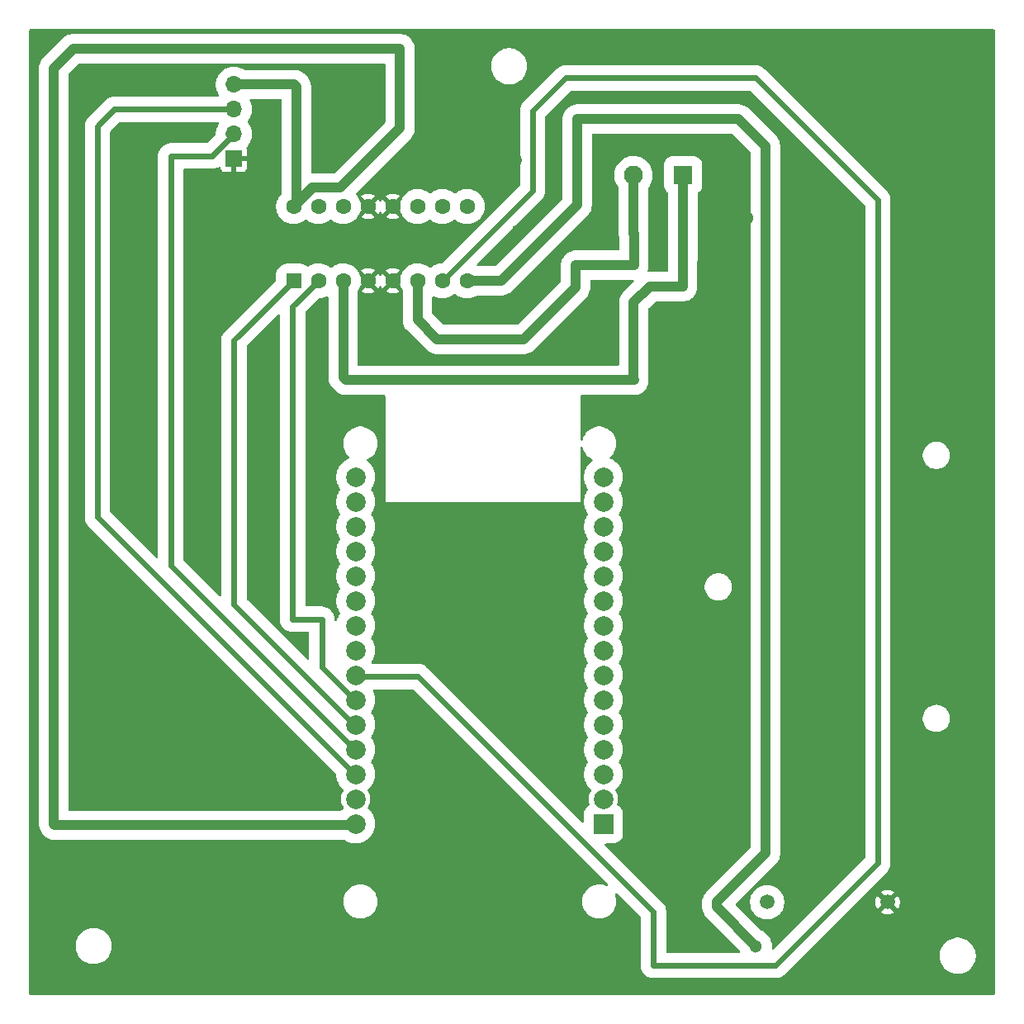
<source format=gbr>
%TF.GenerationSoftware,KiCad,Pcbnew,9.0.0*%
%TF.CreationDate,2025-03-03T21:57:04-05:00*%
%TF.ProjectId,Espacio inmersivo_esp 32,45737061-6369-46f2-9069-6e6d65727369,rev?*%
%TF.SameCoordinates,Original*%
%TF.FileFunction,Copper,L2,Bot*%
%TF.FilePolarity,Positive*%
%FSLAX46Y46*%
G04 Gerber Fmt 4.6, Leading zero omitted, Abs format (unit mm)*
G04 Created by KiCad (PCBNEW 9.0.0) date 2025-03-03 21:57:04*
%MOMM*%
%LPD*%
G01*
G04 APERTURE LIST*
G04 Aperture macros list*
%AMRoundRect*
0 Rectangle with rounded corners*
0 $1 Rounding radius*
0 $2 $3 $4 $5 $6 $7 $8 $9 X,Y pos of 4 corners*
0 Add a 4 corners polygon primitive as box body*
4,1,4,$2,$3,$4,$5,$6,$7,$8,$9,$2,$3,0*
0 Add four circle primitives for the rounded corners*
1,1,$1+$1,$2,$3*
1,1,$1+$1,$4,$5*
1,1,$1+$1,$6,$7*
1,1,$1+$1,$8,$9*
0 Add four rect primitives between the rounded corners*
20,1,$1+$1,$2,$3,$4,$5,0*
20,1,$1+$1,$4,$5,$6,$7,0*
20,1,$1+$1,$6,$7,$8,$9,0*
20,1,$1+$1,$8,$9,$2,$3,0*%
G04 Aperture macros list end*
%TA.AperFunction,ComponentPad*%
%ADD10R,2.000000X2.000000*%
%TD*%
%TA.AperFunction,ComponentPad*%
%ADD11C,2.000000*%
%TD*%
%TA.AperFunction,ComponentPad*%
%ADD12C,1.508000*%
%TD*%
%TA.AperFunction,ComponentPad*%
%ADD13RoundRect,0.250000X0.550000X-0.550000X0.550000X0.550000X-0.550000X0.550000X-0.550000X-0.550000X0*%
%TD*%
%TA.AperFunction,ComponentPad*%
%ADD14C,1.600000*%
%TD*%
%TA.AperFunction,ComponentPad*%
%ADD15R,1.950000X1.950000*%
%TD*%
%TA.AperFunction,ComponentPad*%
%ADD16C,1.950000*%
%TD*%
%TA.AperFunction,ComponentPad*%
%ADD17R,1.700000X1.700000*%
%TD*%
%TA.AperFunction,ComponentPad*%
%ADD18O,1.700000X1.700000*%
%TD*%
%TA.AperFunction,ViaPad*%
%ADD19C,1.100000*%
%TD*%
%TA.AperFunction,ViaPad*%
%ADD20C,1.300000*%
%TD*%
%TA.AperFunction,Conductor*%
%ADD21C,1.000000*%
%TD*%
%TA.AperFunction,Conductor*%
%ADD22C,0.600000*%
%TD*%
G04 APERTURE END LIST*
D10*
%TO.P,U1,1,3V3*%
%TO.N,unconnected-(U1-3V3-Pad1)*%
X93870000Y-108480000D03*
D11*
%TO.P,U1,2,GND*%
%TO.N,GND*%
X93870000Y-105940000D03*
%TO.P,U1,3,D15*%
%TO.N,unconnected-(U1-D15-Pad3)*%
X93870000Y-103400000D03*
%TO.P,U1,4,D2*%
%TO.N,unconnected-(U1-D2-Pad4)*%
X93870000Y-100860000D03*
%TO.P,U1,5,D4*%
%TO.N,unconnected-(U1-D4-Pad5)*%
X93870000Y-98320000D03*
%TO.P,U1,6,RX2*%
%TO.N,unconnected-(U1-RX2-Pad6)*%
X93870000Y-95780000D03*
%TO.P,U1,7,TX2*%
%TO.N,unconnected-(U1-TX2-Pad7)*%
X93870000Y-93240000D03*
%TO.P,U1,8,D5*%
%TO.N,unconnected-(U1-D5-Pad8)*%
X93870000Y-90700000D03*
%TO.P,U1,9,D18*%
%TO.N,unconnected-(U1-D18-Pad9)*%
X93870000Y-88160000D03*
%TO.P,U1,10,D19*%
%TO.N,unconnected-(U1-D19-Pad10)*%
X93870000Y-85620000D03*
%TO.P,U1,11,D21*%
%TO.N,unconnected-(U1-D21-Pad11)*%
X93870000Y-83080000D03*
%TO.P,U1,12,RX0*%
%TO.N,unconnected-(U1-RX0-Pad12)*%
X93870000Y-80540000D03*
%TO.P,U1,13,TX0*%
%TO.N,unconnected-(U1-TX0-Pad13)*%
X93870000Y-78000000D03*
%TO.P,U1,14,D22*%
%TO.N,unconnected-(U1-D22-Pad14)*%
X93870000Y-75460000D03*
%TO.P,U1,15,D23*%
%TO.N,unconnected-(U1-D23-Pad15)*%
X93870000Y-72920000D03*
%TO.P,U1,16,EN*%
%TO.N,unconnected-(U1-EN-Pad16)*%
X68470000Y-72920000D03*
%TO.P,U1,17,VP*%
%TO.N,unconnected-(U1-VP-Pad17)*%
X68470000Y-75460000D03*
%TO.P,U1,18,VN*%
%TO.N,unconnected-(U1-VN-Pad18)*%
X68470000Y-78000000D03*
%TO.P,U1,19,D34*%
%TO.N,unconnected-(U1-D34-Pad19)*%
X68470000Y-80540000D03*
%TO.P,U1,20,D35*%
%TO.N,unconnected-(U1-D35-Pad20)*%
X68470000Y-83080000D03*
%TO.P,U1,21,D32*%
%TO.N,unconnected-(U1-D32-Pad21)*%
X68470000Y-85620000D03*
%TO.P,U1,22,D33*%
%TO.N,unconnected-(U1-D33-Pad22)*%
X68470000Y-88160000D03*
%TO.P,U1,23,D25*%
%TO.N,unconnected-(U1-D25-Pad23)*%
X68470000Y-90700000D03*
%TO.P,U1,24,D26*%
%TO.N,/2 A*%
X68470000Y-93240000D03*
%TO.P,U1,25,D27*%
%TO.N,/1 A*%
X68470000Y-95780000D03*
%TO.P,U1,26,D14*%
%TO.N,/ENA 1\u002C2*%
X68470000Y-98320000D03*
%TO.P,U1,27,D12*%
%TO.N,/echo*%
X68470000Y-100860000D03*
%TO.P,U1,28,D13*%
%TO.N,/trig*%
X68470000Y-103400000D03*
%TO.P,U1,29,GND*%
%TO.N,GND*%
X68470000Y-105940000D03*
%TO.P,U1,30,VIN*%
%TO.N,+5V*%
X68470000Y-108480000D03*
%TD*%
D12*
%TO.P,BT2,+*%
%TO.N,+BATT*%
X110650000Y-116500000D03*
%TO.P,BT2,-*%
%TO.N,GND*%
X123000000Y-116500000D03*
%TD*%
D13*
%TO.P,U2,1,EN1\u002C2*%
%TO.N,/ENA 1\u002C2*%
X62110000Y-52805000D03*
D14*
%TO.P,U2,2,1A*%
%TO.N,/1 A*%
X64650000Y-52805000D03*
%TO.P,U2,3,1Y*%
%TO.N,/pot_1y*%
X67190000Y-52805000D03*
%TO.P,U2,4,GND*%
%TO.N,GND*%
X69730000Y-52805000D03*
%TO.P,U2,5,GND*%
X72270000Y-52805000D03*
%TO.P,U2,6,2Y*%
%TO.N,/pot_2y*%
X74810000Y-52805000D03*
%TO.P,U2,7,2A*%
%TO.N,/2 A*%
X77350000Y-52805000D03*
%TO.P,U2,8,VCC2*%
%TO.N,+BATT*%
X79890000Y-52805000D03*
%TO.P,U2,9,EN3\u002C4*%
%TO.N,unconnected-(U2-EN3\u002C4-Pad9)*%
X79890000Y-45185000D03*
%TO.P,U2,10,3A*%
%TO.N,unconnected-(U2-3A-Pad10)*%
X77350000Y-45185000D03*
%TO.P,U2,11,3Y*%
%TO.N,unconnected-(U2-3Y-Pad11)*%
X74810000Y-45185000D03*
%TO.P,U2,12,GND*%
%TO.N,GND*%
X72270000Y-45185000D03*
%TO.P,U2,13,GND*%
X69730000Y-45185000D03*
%TO.P,U2,14,4Y*%
%TO.N,unconnected-(U2-4Y-Pad14)*%
X67190000Y-45185000D03*
%TO.P,U2,15,4A*%
%TO.N,unconnected-(U2-4A-Pad15)*%
X64650000Y-45185000D03*
%TO.P,U2,16,VCC1*%
%TO.N,+5V*%
X62110000Y-45185000D03*
%TD*%
D15*
%TO.P,J2,1,1*%
%TO.N,/pot_1y*%
X102027500Y-41975000D03*
D16*
%TO.P,J2,2,2*%
%TO.N,/pot_2y*%
X96947500Y-41975000D03*
%TD*%
D17*
%TO.P,J1,1,Pin_1*%
%TO.N,GND*%
X55975000Y-40300000D03*
D18*
%TO.P,J1,2,Pin_2*%
%TO.N,/echo*%
X55975000Y-37760000D03*
%TO.P,J1,3,Pin_3*%
%TO.N,/trig*%
X55975000Y-35220000D03*
%TO.P,J1,4,Pin_4*%
%TO.N,+5V*%
X55975000Y-32680000D03*
%TD*%
D19*
%TO.N,GND*%
X46500000Y-56500000D03*
D20*
X108600000Y-46400000D03*
D19*
X44500000Y-85000000D03*
X53000000Y-63800000D03*
D20*
X98200000Y-106000000D03*
D19*
X85000000Y-40400000D03*
D20*
X44500000Y-73000000D03*
D19*
X85000000Y-47600000D03*
D20*
X64000000Y-63800000D03*
X60800000Y-106000000D03*
D19*
X127800000Y-46400000D03*
X118200000Y-46400000D03*
D20*
X59400000Y-63800000D03*
D19*
X54500000Y-56500000D03*
D20*
X123000000Y-122000000D03*
%TO.N,+BATT*%
X109500000Y-121000000D03*
%TD*%
D21*
%TO.N,GND*%
X72500000Y-52575000D02*
X72270000Y-52805000D01*
%TO.N,+BATT*%
X105500000Y-116500000D02*
X110500000Y-111500000D01*
X91200000Y-45000000D02*
X83395000Y-52805000D01*
X83395000Y-52805000D02*
X79890000Y-52805000D01*
X110500000Y-39000000D02*
X107700000Y-36200000D01*
X110500000Y-111500000D02*
X110500000Y-39000000D01*
X91200000Y-36200000D02*
X91200000Y-45000000D01*
X109500000Y-121000000D02*
X105500000Y-117000000D01*
X105500000Y-117000000D02*
X105500000Y-116500000D01*
X107700000Y-36200000D02*
X91200000Y-36200000D01*
D22*
%TO.N,/echo*%
X67990000Y-100250000D02*
X68600000Y-100860000D01*
X67750000Y-100250000D02*
X67990000Y-100250000D01*
X68500000Y-101000000D02*
X67750000Y-100250000D01*
X49500000Y-40000000D02*
X53735000Y-40000000D01*
X49500000Y-82000000D02*
X49500000Y-40000000D01*
X53735000Y-40000000D02*
X55975000Y-37760000D01*
X67750000Y-100250000D02*
X49500000Y-82000000D01*
D21*
%TO.N,+5V*%
X62397500Y-32897500D02*
X62180000Y-32680000D01*
X37500000Y-108500000D02*
X37500000Y-31000000D01*
X68500000Y-108620000D02*
X67600000Y-108620000D01*
X37620000Y-108620000D02*
X37500000Y-108500000D01*
X64040000Y-43255000D02*
X62110000Y-45185000D01*
X67600000Y-108620000D02*
X37620000Y-108620000D01*
X63795000Y-43500000D02*
X62110000Y-45185000D01*
X67600000Y-108620000D02*
X68460000Y-108620000D01*
X62180000Y-32680000D02*
X55975000Y-32680000D01*
X39500000Y-29000000D02*
X73000000Y-29000000D01*
X66920897Y-43255000D02*
X64040000Y-43255000D01*
X62110000Y-45185000D02*
X62397500Y-44897500D01*
X62397500Y-44897500D02*
X62397500Y-32897500D01*
X73000000Y-29000000D02*
X73000000Y-37175897D01*
X73000000Y-37175897D02*
X66920897Y-43255000D01*
X37500000Y-31000000D02*
X39500000Y-29000000D01*
D22*
%TO.N,/trig*%
X68600000Y-103400000D02*
X68500000Y-103500000D01*
X68500000Y-103500000D02*
X68500000Y-103540000D01*
X42000000Y-77040000D02*
X42000000Y-36940000D01*
X42000000Y-36940000D02*
X43720000Y-35220000D01*
X43720000Y-35220000D02*
X55975000Y-35220000D01*
X68500000Y-103540000D02*
X42000000Y-77040000D01*
%TO.N,/2 A*%
X90000000Y-32000000D02*
X109500000Y-32000000D01*
X70000000Y-93380000D02*
X68740000Y-93380000D01*
X122000000Y-44500000D02*
X122000000Y-112500000D01*
X70000000Y-93380000D02*
X68500000Y-93380000D01*
X86600000Y-43555000D02*
X86600000Y-35400000D01*
X122000000Y-112500000D02*
X111500000Y-123000000D01*
X111500000Y-123000000D02*
X99000000Y-123000000D01*
X99000000Y-123000000D02*
X99000000Y-117500000D01*
X77350000Y-52805000D02*
X86600000Y-43555000D01*
X74880000Y-93380000D02*
X70000000Y-93380000D01*
X68740000Y-93380000D02*
X68600000Y-93240000D01*
X109500000Y-32000000D02*
X122000000Y-44500000D01*
X99000000Y-117500000D02*
X74880000Y-93380000D01*
X86600000Y-35400000D02*
X90000000Y-32000000D01*
%TO.N,/ENA 1\u002C2*%
X56000000Y-85960000D02*
X68360000Y-98320000D01*
X62110000Y-52805000D02*
X56000000Y-58915000D01*
X68360000Y-98320000D02*
X68600000Y-98320000D01*
X56000000Y-58915000D02*
X56000000Y-85960000D01*
%TO.N,/1 A*%
X62000000Y-87500000D02*
X65000000Y-87500000D01*
X62000000Y-55455000D02*
X64650000Y-52805000D01*
X65000000Y-87500000D02*
X65000000Y-92420000D01*
X62000000Y-87500000D02*
X62000000Y-55455000D01*
X65000000Y-92420000D02*
X68500000Y-95920000D01*
X68600000Y-95780000D02*
X68600000Y-95820000D01*
X68600000Y-95820000D02*
X68500000Y-95920000D01*
D21*
%TO.N,/pot_2y*%
X91000000Y-53500000D02*
X91000000Y-51200000D01*
X91000000Y-51200000D02*
X97000000Y-51200000D01*
X97000000Y-48000000D02*
X96947500Y-47947500D01*
X74810000Y-52805000D02*
X74810000Y-56810000D01*
X85700000Y-58800000D02*
X91000000Y-53500000D01*
X74810000Y-56810000D02*
X76800000Y-58800000D01*
X96947500Y-47947500D02*
X96947500Y-41975000D01*
X76800000Y-58800000D02*
X85700000Y-58800000D01*
X97000000Y-51200000D02*
X97000000Y-48000000D01*
%TO.N,/pot_1y*%
X67190000Y-62690000D02*
X67500000Y-63000000D01*
X67190000Y-52805000D02*
X67190000Y-62690000D01*
X102000000Y-53400000D02*
X102000000Y-50500000D01*
X102027500Y-50472500D02*
X102027500Y-41975000D01*
X102000000Y-50500000D02*
X102027500Y-50472500D01*
X67500000Y-63000000D02*
X97000000Y-63000000D01*
X96972500Y-62972500D02*
X96972500Y-55027500D01*
X98600000Y-53400000D02*
X102000000Y-53400000D01*
X96972500Y-55027500D02*
X98600000Y-53400000D01*
X97000000Y-63000000D02*
X96972500Y-62972500D01*
%TD*%
%TA.AperFunction,Conductor*%
%TO.N,GND*%
G36*
X107094150Y-37720185D02*
G01*
X107114792Y-37736819D01*
X108963181Y-39585208D01*
X108996666Y-39646531D01*
X108999500Y-39672889D01*
X108999500Y-110827110D01*
X108979815Y-110894149D01*
X108963181Y-110914791D01*
X104355484Y-115522488D01*
X104216659Y-115713562D01*
X104216657Y-115713566D01*
X104212185Y-115722343D01*
X104109433Y-115924003D01*
X104036446Y-116148631D01*
X103999500Y-116381902D01*
X103999500Y-117118097D01*
X104036446Y-117351368D01*
X104109433Y-117575996D01*
X104200131Y-117754000D01*
X104216657Y-117786434D01*
X104242449Y-117821934D01*
X104355484Y-117977511D01*
X107865792Y-121487819D01*
X107899277Y-121549142D01*
X107894293Y-121618834D01*
X107852421Y-121674767D01*
X107786957Y-121699184D01*
X107778111Y-121699500D01*
X100424500Y-121699500D01*
X100357461Y-121679815D01*
X100311706Y-121627011D01*
X100300500Y-121575500D01*
X100300500Y-117397648D01*
X100268477Y-117195465D01*
X100205218Y-117000776D01*
X100124837Y-116843020D01*
X100112287Y-116818389D01*
X99991966Y-116652781D01*
X94031365Y-110692180D01*
X93997880Y-110630857D01*
X94002864Y-110561165D01*
X94044736Y-110505232D01*
X94110200Y-110480815D01*
X94119046Y-110480499D01*
X94928028Y-110480499D01*
X94928036Y-110480499D01*
X95047418Y-110469886D01*
X95243049Y-110413909D01*
X95423407Y-110319698D01*
X95581109Y-110191109D01*
X95709698Y-110033407D01*
X95803909Y-109853049D01*
X95859886Y-109657418D01*
X95870500Y-109538037D01*
X95870499Y-107421964D01*
X95859886Y-107302582D01*
X95807500Y-107119500D01*
X95803910Y-107106954D01*
X95803909Y-107106953D01*
X95803909Y-107106951D01*
X95709698Y-106926593D01*
X95635933Y-106836127D01*
X95581109Y-106768890D01*
X95423404Y-106640299D01*
X95342126Y-106597843D01*
X95291819Y-106549356D01*
X95275712Y-106481369D01*
X95281607Y-106449616D01*
X95333065Y-106291245D01*
X95370000Y-106058052D01*
X95370000Y-105821947D01*
X95333065Y-105588752D01*
X95260102Y-105364197D01*
X95152914Y-105153828D01*
X95122844Y-105112440D01*
X95099364Y-105046633D01*
X95115189Y-104978579D01*
X95147674Y-104941180D01*
X95191851Y-104907282D01*
X95191856Y-104907277D01*
X95377274Y-104721860D01*
X95377277Y-104721855D01*
X95377282Y-104721851D01*
X95536924Y-104513803D01*
X95668043Y-104286697D01*
X95768398Y-104044419D01*
X95836270Y-103791116D01*
X95870500Y-103531120D01*
X95870500Y-103268880D01*
X95836270Y-103008884D01*
X95768398Y-102755581D01*
X95768394Y-102755571D01*
X95668046Y-102513309D01*
X95668041Y-102513299D01*
X95536927Y-102286203D01*
X95536924Y-102286197D01*
X95474991Y-102205485D01*
X95449797Y-102140319D01*
X95463835Y-102071874D01*
X95474991Y-102054514D01*
X95536924Y-101973803D01*
X95668043Y-101746697D01*
X95768398Y-101504419D01*
X95836270Y-101251116D01*
X95870500Y-100991120D01*
X95870500Y-100728880D01*
X95836270Y-100468884D01*
X95768398Y-100215581D01*
X95768394Y-100215571D01*
X95668046Y-99973309D01*
X95668041Y-99973299D01*
X95536927Y-99746203D01*
X95536924Y-99746197D01*
X95474991Y-99665485D01*
X95449797Y-99600319D01*
X95463835Y-99531874D01*
X95474991Y-99514514D01*
X95536924Y-99433803D01*
X95668043Y-99206697D01*
X95768398Y-98964419D01*
X95836270Y-98711116D01*
X95870500Y-98451120D01*
X95870500Y-98188880D01*
X95836270Y-97928884D01*
X95768398Y-97675581D01*
X95720594Y-97560172D01*
X95668046Y-97433309D01*
X95668041Y-97433299D01*
X95536927Y-97206203D01*
X95536924Y-97206197D01*
X95474991Y-97125485D01*
X95449797Y-97060319D01*
X95463835Y-96991874D01*
X95474991Y-96974514D01*
X95536924Y-96893803D01*
X95668043Y-96666697D01*
X95768398Y-96424419D01*
X95836270Y-96171116D01*
X95870500Y-95911120D01*
X95870500Y-95648880D01*
X95836270Y-95388884D01*
X95768398Y-95135581D01*
X95768394Y-95135571D01*
X95668046Y-94893309D01*
X95668041Y-94893299D01*
X95613367Y-94798601D01*
X95536924Y-94666197D01*
X95474991Y-94585485D01*
X95449797Y-94520319D01*
X95463835Y-94451874D01*
X95474991Y-94434514D01*
X95536924Y-94353803D01*
X95668043Y-94126697D01*
X95768398Y-93884419D01*
X95836270Y-93631116D01*
X95870500Y-93371120D01*
X95870500Y-93108880D01*
X95836270Y-92848884D01*
X95768398Y-92595581D01*
X95682430Y-92388036D01*
X95668046Y-92353309D01*
X95668041Y-92353299D01*
X95581219Y-92202919D01*
X95536924Y-92126197D01*
X95474991Y-92045485D01*
X95449797Y-91980319D01*
X95463835Y-91911874D01*
X95474991Y-91894514D01*
X95536924Y-91813803D01*
X95668043Y-91586697D01*
X95768398Y-91344419D01*
X95836270Y-91091116D01*
X95870500Y-90831120D01*
X95870500Y-90568880D01*
X95836270Y-90308884D01*
X95768398Y-90055581D01*
X95768394Y-90055571D01*
X95668046Y-89813309D01*
X95668041Y-89813299D01*
X95536927Y-89586203D01*
X95536924Y-89586197D01*
X95474991Y-89505485D01*
X95449797Y-89440319D01*
X95463835Y-89371874D01*
X95474991Y-89354514D01*
X95536924Y-89273803D01*
X95668043Y-89046697D01*
X95768398Y-88804419D01*
X95836270Y-88551116D01*
X95870500Y-88291120D01*
X95870500Y-88028880D01*
X95836270Y-87768884D01*
X95768398Y-87515581D01*
X95768394Y-87515571D01*
X95668046Y-87273309D01*
X95668041Y-87273299D01*
X95536927Y-87046203D01*
X95536924Y-87046197D01*
X95474991Y-86965485D01*
X95449797Y-86900319D01*
X95463835Y-86831874D01*
X95474991Y-86814514D01*
X95536924Y-86733803D01*
X95668043Y-86506697D01*
X95768398Y-86264419D01*
X95836270Y-86011116D01*
X95870500Y-85751120D01*
X95870500Y-85488880D01*
X95836270Y-85228884D01*
X95768398Y-84975581D01*
X95745956Y-84921401D01*
X95668046Y-84733309D01*
X95668041Y-84733299D01*
X95543034Y-84516780D01*
X95536924Y-84506197D01*
X95474991Y-84425485D01*
X95449797Y-84360319D01*
X95463835Y-84291874D01*
X95474991Y-84274514D01*
X95536924Y-84193803D01*
X95602529Y-84080172D01*
X104254500Y-84080172D01*
X104254500Y-84299828D01*
X104262447Y-84350000D01*
X104288861Y-84516776D01*
X104356741Y-84725688D01*
X104456464Y-84921404D01*
X104585566Y-85099101D01*
X104740898Y-85254433D01*
X104886635Y-85360315D01*
X104918599Y-85383538D01*
X105114314Y-85483260D01*
X105323220Y-85551138D01*
X105540172Y-85585500D01*
X105540173Y-85585500D01*
X105759827Y-85585500D01*
X105759828Y-85585500D01*
X105976780Y-85551138D01*
X106185686Y-85483260D01*
X106381401Y-85383538D01*
X106481174Y-85311049D01*
X106559101Y-85254433D01*
X106559103Y-85254430D01*
X106559107Y-85254428D01*
X106714428Y-85099107D01*
X106714430Y-85099103D01*
X106714433Y-85099101D01*
X106804181Y-84975571D01*
X106843538Y-84921401D01*
X106943260Y-84725686D01*
X107011138Y-84516780D01*
X107045500Y-84299828D01*
X107045500Y-84080172D01*
X107011138Y-83863220D01*
X106943260Y-83654314D01*
X106843538Y-83458599D01*
X106835242Y-83447181D01*
X106714433Y-83280898D01*
X106559101Y-83125566D01*
X106381404Y-82996464D01*
X106381403Y-82996463D01*
X106381401Y-82996462D01*
X106185686Y-82896740D01*
X105976780Y-82828862D01*
X105976778Y-82828861D01*
X105976777Y-82828861D01*
X105810120Y-82802465D01*
X105759828Y-82794500D01*
X105540172Y-82794500D01*
X105489879Y-82802465D01*
X105323223Y-82828861D01*
X105114311Y-82896741D01*
X104918595Y-82996464D01*
X104740898Y-83125566D01*
X104585566Y-83280898D01*
X104456464Y-83458595D01*
X104356741Y-83654311D01*
X104288861Y-83863223D01*
X104254500Y-84080172D01*
X95602529Y-84080172D01*
X95668043Y-83966697D01*
X95768398Y-83724419D01*
X95836270Y-83471116D01*
X95870500Y-83211120D01*
X95870500Y-82948880D01*
X95836270Y-82688884D01*
X95768398Y-82435581D01*
X95768394Y-82435571D01*
X95668046Y-82193309D01*
X95668041Y-82193299D01*
X95536927Y-81966203D01*
X95536924Y-81966197D01*
X95474991Y-81885485D01*
X95449797Y-81820319D01*
X95463835Y-81751874D01*
X95474991Y-81734514D01*
X95536924Y-81653803D01*
X95668043Y-81426697D01*
X95768398Y-81184419D01*
X95836270Y-80931116D01*
X95870500Y-80671120D01*
X95870500Y-80408880D01*
X95836270Y-80148884D01*
X95768398Y-79895581D01*
X95768394Y-79895571D01*
X95668046Y-79653309D01*
X95668041Y-79653299D01*
X95536927Y-79426203D01*
X95536924Y-79426197D01*
X95474991Y-79345485D01*
X95449797Y-79280319D01*
X95463835Y-79211874D01*
X95474991Y-79194514D01*
X95536924Y-79113803D01*
X95668043Y-78886697D01*
X95768398Y-78644419D01*
X95836270Y-78391116D01*
X95870500Y-78131120D01*
X95870500Y-77868880D01*
X95836270Y-77608884D01*
X95768398Y-77355581D01*
X95680076Y-77142352D01*
X95668046Y-77113309D01*
X95668041Y-77113299D01*
X95536927Y-76886203D01*
X95536924Y-76886197D01*
X95474991Y-76805485D01*
X95449797Y-76740319D01*
X95463835Y-76671874D01*
X95474991Y-76654514D01*
X95536924Y-76573803D01*
X95668043Y-76346697D01*
X95768398Y-76104419D01*
X95836270Y-75851116D01*
X95870500Y-75591120D01*
X95870500Y-75328880D01*
X95836270Y-75068884D01*
X95768398Y-74815581D01*
X95768394Y-74815571D01*
X95668046Y-74573309D01*
X95668041Y-74573299D01*
X95536927Y-74346203D01*
X95536924Y-74346197D01*
X95474991Y-74265485D01*
X95449797Y-74200319D01*
X95463835Y-74131874D01*
X95474991Y-74114514D01*
X95536924Y-74033803D01*
X95668043Y-73806697D01*
X95768398Y-73564419D01*
X95836270Y-73311116D01*
X95870500Y-73051120D01*
X95870500Y-72788880D01*
X95836270Y-72528884D01*
X95768398Y-72275581D01*
X95679573Y-72061138D01*
X95668046Y-72033309D01*
X95668041Y-72033299D01*
X95536924Y-71806196D01*
X95377281Y-71598148D01*
X95377274Y-71598140D01*
X95191860Y-71412726D01*
X95191851Y-71412718D01*
X94983803Y-71253075D01*
X94756700Y-71121958D01*
X94756690Y-71121954D01*
X94663125Y-71083198D01*
X94592742Y-71054044D01*
X94538340Y-71010204D01*
X94516275Y-70943910D01*
X94533554Y-70876211D01*
X94564706Y-70841111D01*
X94606661Y-70808919D01*
X94606668Y-70808912D01*
X94606670Y-70808911D01*
X94768911Y-70646670D01*
X94768914Y-70646665D01*
X94768919Y-70646661D01*
X94908611Y-70464612D01*
X95023344Y-70265888D01*
X95111158Y-70053887D01*
X95170548Y-69832238D01*
X95200500Y-69604734D01*
X95200500Y-69375266D01*
X95170548Y-69147762D01*
X95111158Y-68926113D01*
X95023344Y-68714112D01*
X94908611Y-68515388D01*
X94908608Y-68515385D01*
X94908607Y-68515382D01*
X94768918Y-68333338D01*
X94768911Y-68333330D01*
X94606670Y-68171089D01*
X94606661Y-68171081D01*
X94424617Y-68031392D01*
X94225890Y-67916657D01*
X94225876Y-67916650D01*
X94013887Y-67828842D01*
X93792238Y-67769452D01*
X93754215Y-67764446D01*
X93564741Y-67739500D01*
X93564734Y-67739500D01*
X93335266Y-67739500D01*
X93335258Y-67739500D01*
X93118715Y-67768009D01*
X93107762Y-67769452D01*
X93014076Y-67794554D01*
X92886112Y-67828842D01*
X92674123Y-67916650D01*
X92674109Y-67916657D01*
X92475382Y-68031392D01*
X92293338Y-68171081D01*
X92131081Y-68333338D01*
X91991392Y-68515382D01*
X91876657Y-68714109D01*
X91876650Y-68714123D01*
X91788842Y-68926112D01*
X91743775Y-69094309D01*
X91707410Y-69153970D01*
X91644563Y-69184499D01*
X91575188Y-69176204D01*
X91521310Y-69131719D01*
X91500035Y-69065167D01*
X91500000Y-69062216D01*
X91500000Y-64624500D01*
X91519685Y-64557461D01*
X91572489Y-64511706D01*
X91624000Y-64500500D01*
X97118097Y-64500500D01*
X97247690Y-64479973D01*
X97351369Y-64463553D01*
X97575992Y-64390568D01*
X97786434Y-64283343D01*
X97977510Y-64144517D01*
X98144517Y-63977510D01*
X98283343Y-63786434D01*
X98390568Y-63575992D01*
X98463553Y-63351369D01*
X98479973Y-63247690D01*
X98500500Y-63118097D01*
X98500500Y-62881902D01*
X98474527Y-62717918D01*
X98473000Y-62698520D01*
X98473000Y-55700389D01*
X98492685Y-55633350D01*
X98509319Y-55612708D01*
X99185209Y-54936819D01*
X99246532Y-54903334D01*
X99272890Y-54900500D01*
X102118097Y-54900500D01*
X102351368Y-54863553D01*
X102575992Y-54790568D01*
X102786433Y-54683343D01*
X102977510Y-54544517D01*
X103144517Y-54377510D01*
X103283343Y-54186433D01*
X103390568Y-53975992D01*
X103463553Y-53751368D01*
X103484662Y-53618092D01*
X103500500Y-53518097D01*
X103500500Y-50773978D01*
X103502027Y-50754580D01*
X103528000Y-50590597D01*
X103528000Y-43871341D01*
X103547685Y-43804302D01*
X103573637Y-43775240D01*
X103713609Y-43661109D01*
X103842198Y-43503407D01*
X103936409Y-43323049D01*
X103992386Y-43127418D01*
X104003000Y-43008037D01*
X104002999Y-40941964D01*
X103992386Y-40822582D01*
X103936409Y-40626951D01*
X103842198Y-40446593D01*
X103746237Y-40328906D01*
X103713609Y-40288890D01*
X103555909Y-40160304D01*
X103555910Y-40160304D01*
X103555907Y-40160302D01*
X103375549Y-40066091D01*
X103375548Y-40066090D01*
X103375545Y-40066089D01*
X103258329Y-40032550D01*
X103179918Y-40010114D01*
X103179915Y-40010113D01*
X103179913Y-40010113D01*
X103113602Y-40004217D01*
X103060537Y-39999500D01*
X103060532Y-39999500D01*
X100994471Y-39999500D01*
X100994465Y-39999500D01*
X100994464Y-39999501D01*
X100982816Y-40000536D01*
X100875084Y-40010113D01*
X100679454Y-40066089D01*
X100613915Y-40100324D01*
X100499093Y-40160302D01*
X100499091Y-40160303D01*
X100499090Y-40160304D01*
X100341390Y-40288890D01*
X100212804Y-40446590D01*
X100118589Y-40626954D01*
X100062614Y-40822583D01*
X100062613Y-40822586D01*
X100052000Y-40941966D01*
X100052000Y-43008028D01*
X100052001Y-43008034D01*
X100062613Y-43127415D01*
X100118589Y-43323045D01*
X100118590Y-43323048D01*
X100118591Y-43323049D01*
X100212802Y-43503407D01*
X100216575Y-43508034D01*
X100341390Y-43661109D01*
X100409510Y-43716653D01*
X100481361Y-43775240D01*
X100520878Y-43832860D01*
X100527000Y-43871341D01*
X100527000Y-50198520D01*
X100525473Y-50217918D01*
X100499500Y-50381902D01*
X100499500Y-51775500D01*
X100479815Y-51842539D01*
X100427011Y-51888294D01*
X100375500Y-51899500D01*
X98521109Y-51899500D01*
X98454070Y-51879815D01*
X98408315Y-51827011D01*
X98398371Y-51757853D01*
X98403178Y-51737181D01*
X98436258Y-51635374D01*
X98463553Y-51551368D01*
X98479552Y-51450354D01*
X98500500Y-51318097D01*
X98500500Y-47881902D01*
X98479005Y-47746197D01*
X98463553Y-47648632D01*
X98454069Y-47619442D01*
X98448000Y-47581124D01*
X98448000Y-43306717D01*
X98467685Y-43239678D01*
X98473624Y-43231231D01*
X98553282Y-43127418D01*
X98593593Y-43074884D01*
X98723074Y-42850616D01*
X98822175Y-42611366D01*
X98889199Y-42361228D01*
X98923000Y-42104481D01*
X98923000Y-41845519D01*
X98889199Y-41588772D01*
X98822175Y-41338634D01*
X98723074Y-41099384D01*
X98721210Y-41096156D01*
X98593593Y-40875116D01*
X98435948Y-40669668D01*
X98435942Y-40669661D01*
X98252838Y-40486557D01*
X98252831Y-40486551D01*
X98047383Y-40328906D01*
X97823119Y-40199427D01*
X97823109Y-40199423D01*
X97583864Y-40100324D01*
X97437871Y-40061206D01*
X97333728Y-40033301D01*
X97333722Y-40033300D01*
X97333717Y-40033299D01*
X97076991Y-39999501D01*
X97076986Y-39999500D01*
X97076981Y-39999500D01*
X96818019Y-39999500D01*
X96818013Y-39999500D01*
X96818008Y-39999501D01*
X96561282Y-40033299D01*
X96561275Y-40033300D01*
X96561272Y-40033301D01*
X96508408Y-40047465D01*
X96311135Y-40100324D01*
X96071890Y-40199423D01*
X96071880Y-40199427D01*
X95847616Y-40328906D01*
X95642168Y-40486551D01*
X95642161Y-40486557D01*
X95459057Y-40669661D01*
X95459051Y-40669668D01*
X95301406Y-40875116D01*
X95171927Y-41099380D01*
X95171923Y-41099390D01*
X95072824Y-41338635D01*
X95005802Y-41588769D01*
X95005799Y-41588782D01*
X94972001Y-41845508D01*
X94972000Y-41845525D01*
X94972000Y-42104474D01*
X94972001Y-42104491D01*
X95005799Y-42361217D01*
X95005800Y-42361222D01*
X95005801Y-42361228D01*
X95005802Y-42361230D01*
X95072824Y-42611364D01*
X95171923Y-42850609D01*
X95171927Y-42850619D01*
X95301406Y-43074883D01*
X95421376Y-43231231D01*
X95446570Y-43296400D01*
X95447000Y-43306717D01*
X95447000Y-48065597D01*
X95483947Y-48298869D01*
X95483948Y-48298875D01*
X95493430Y-48328055D01*
X95499500Y-48366375D01*
X95499500Y-49575500D01*
X95479815Y-49642539D01*
X95427011Y-49688294D01*
X95375500Y-49699500D01*
X90881903Y-49699500D01*
X90648631Y-49736446D01*
X90424003Y-49809433D01*
X90213566Y-49916657D01*
X90104550Y-49995862D01*
X90022490Y-50055483D01*
X90022488Y-50055485D01*
X90022487Y-50055485D01*
X89855485Y-50222487D01*
X89855485Y-50222488D01*
X89855483Y-50222490D01*
X89795862Y-50304550D01*
X89716657Y-50413566D01*
X89609433Y-50624003D01*
X89536446Y-50848631D01*
X89499500Y-51081902D01*
X89499500Y-52827111D01*
X89479815Y-52894150D01*
X89463181Y-52914792D01*
X85114792Y-57263181D01*
X85053469Y-57296666D01*
X85027111Y-57299500D01*
X77472889Y-57299500D01*
X77405850Y-57279815D01*
X77385208Y-57263181D01*
X76346819Y-56224792D01*
X76313334Y-56163469D01*
X76310500Y-56137111D01*
X76310500Y-54498656D01*
X76330185Y-54431617D01*
X76382989Y-54385862D01*
X76452147Y-54375918D01*
X76496501Y-54391270D01*
X76551939Y-54423278D01*
X76551947Y-54423281D01*
X76551951Y-54423284D01*
X76770007Y-54513606D01*
X76997986Y-54574693D01*
X77231989Y-54605500D01*
X77231996Y-54605500D01*
X77468004Y-54605500D01*
X77468011Y-54605500D01*
X77702014Y-54574693D01*
X77929993Y-54513606D01*
X78148049Y-54423284D01*
X78352450Y-54305273D01*
X78507326Y-54186433D01*
X78542920Y-54159121D01*
X78543814Y-54160286D01*
X78601619Y-54133469D01*
X78670835Y-54142998D01*
X78696697Y-54159619D01*
X78697080Y-54159121D01*
X78839695Y-54268553D01*
X78887550Y-54305273D01*
X79009911Y-54375918D01*
X79091943Y-54423280D01*
X79091948Y-54423282D01*
X79091951Y-54423284D01*
X79310007Y-54513606D01*
X79537986Y-54574693D01*
X79771989Y-54605500D01*
X79771996Y-54605500D01*
X80008004Y-54605500D01*
X80008011Y-54605500D01*
X80242014Y-54574693D01*
X80469993Y-54513606D01*
X80688049Y-54423284D01*
X80752866Y-54385862D01*
X80863283Y-54322113D01*
X80925283Y-54305500D01*
X83513097Y-54305500D01*
X83746368Y-54268553D01*
X83970992Y-54195568D01*
X84181434Y-54088343D01*
X84372510Y-53949517D01*
X92344517Y-45977510D01*
X92483343Y-45786433D01*
X92590568Y-45575992D01*
X92663553Y-45351368D01*
X92700500Y-45118097D01*
X92700500Y-37824500D01*
X92720185Y-37757461D01*
X92772989Y-37711706D01*
X92824500Y-37700500D01*
X107027111Y-37700500D01*
X107094150Y-37720185D01*
G37*
%TD.AperFunction*%
%TA.AperFunction,Conductor*%
G36*
X108976992Y-33320185D02*
G01*
X108997634Y-33336819D01*
X120663181Y-45002365D01*
X120696666Y-45063688D01*
X120699500Y-45090046D01*
X120699500Y-111909952D01*
X120679815Y-111976991D01*
X120663181Y-111997633D01*
X111348764Y-121312049D01*
X111287441Y-121345534D01*
X111217749Y-121340550D01*
X111161816Y-121298678D01*
X111137399Y-121233214D01*
X111138610Y-121204969D01*
X111150500Y-121129901D01*
X111150500Y-120870097D01*
X111128947Y-120734021D01*
X111109860Y-120613507D01*
X111029579Y-120366428D01*
X111029577Y-120366425D01*
X111029577Y-120366423D01*
X110986787Y-120282445D01*
X110911634Y-120134949D01*
X110758931Y-119924771D01*
X110575229Y-119741069D01*
X110388963Y-119605739D01*
X110365054Y-119588368D01*
X110365053Y-119588367D01*
X110365051Y-119588366D01*
X110133572Y-119470421D01*
X110133571Y-119470420D01*
X110133568Y-119470419D01*
X110100963Y-119459825D01*
X110051603Y-119429576D01*
X107459708Y-116837681D01*
X107426223Y-116776358D01*
X107431207Y-116706666D01*
X107459708Y-116662319D01*
X107737017Y-116385010D01*
X108895500Y-116385010D01*
X108895500Y-116614989D01*
X108895501Y-116615005D01*
X108925518Y-116843009D01*
X108925519Y-116843015D01*
X108925520Y-116843020D01*
X108967792Y-117000781D01*
X108985046Y-117065175D01*
X108985049Y-117065185D01*
X109073057Y-117277654D01*
X109073061Y-117277664D01*
X109188055Y-117476839D01*
X109328064Y-117659303D01*
X109328070Y-117659310D01*
X109490689Y-117821929D01*
X109490696Y-117821935D01*
X109673160Y-117961944D01*
X109872335Y-118076938D01*
X109872336Y-118076938D01*
X109872339Y-118076940D01*
X110084824Y-118164954D01*
X110306980Y-118224480D01*
X110535004Y-118254500D01*
X110535011Y-118254500D01*
X110764989Y-118254500D01*
X110764996Y-118254500D01*
X110993020Y-118224480D01*
X111215176Y-118164954D01*
X111427661Y-118076940D01*
X111626840Y-117961944D01*
X111809305Y-117821934D01*
X111971934Y-117659305D01*
X112111944Y-117476840D01*
X112226940Y-117277661D01*
X112314954Y-117065176D01*
X112374480Y-116843020D01*
X112404500Y-116614996D01*
X112404500Y-116385004D01*
X112374480Y-116156980D01*
X112314954Y-115934824D01*
X112226940Y-115722339D01*
X112188491Y-115655744D01*
X112111944Y-115523160D01*
X111971935Y-115340696D01*
X111971929Y-115340689D01*
X111809310Y-115178070D01*
X111809303Y-115178064D01*
X111626839Y-115038055D01*
X111427664Y-114923061D01*
X111427654Y-114923057D01*
X111215185Y-114835049D01*
X111215178Y-114835047D01*
X111215176Y-114835046D01*
X110993020Y-114775520D01*
X110993014Y-114775519D01*
X110993009Y-114775518D01*
X110765005Y-114745501D01*
X110765002Y-114745500D01*
X110764996Y-114745500D01*
X110535004Y-114745500D01*
X110534998Y-114745500D01*
X110534994Y-114745501D01*
X110306990Y-114775518D01*
X110306983Y-114775519D01*
X110306980Y-114775520D01*
X110118390Y-114826052D01*
X110084824Y-114835046D01*
X110084814Y-114835049D01*
X109872345Y-114923057D01*
X109872335Y-114923061D01*
X109673160Y-115038055D01*
X109490696Y-115178064D01*
X109490689Y-115178070D01*
X109328070Y-115340689D01*
X109328064Y-115340696D01*
X109188055Y-115523160D01*
X109073061Y-115722335D01*
X109073060Y-115722339D01*
X108985049Y-115934814D01*
X108985046Y-115934824D01*
X108925521Y-116156977D01*
X108925518Y-116156990D01*
X108895501Y-116384994D01*
X108895500Y-116385010D01*
X107737017Y-116385010D01*
X109482923Y-114639104D01*
X111644518Y-112477510D01*
X111783343Y-112286433D01*
X111890568Y-112075992D01*
X111963553Y-111851368D01*
X112000500Y-111618097D01*
X112000500Y-38881902D01*
X111963553Y-38648631D01*
X111890566Y-38424003D01*
X111837784Y-38320414D01*
X111837783Y-38320413D01*
X111783343Y-38213566D01*
X111644517Y-38022490D01*
X108677510Y-35055483D01*
X108486434Y-34916657D01*
X108481420Y-34914102D01*
X108275996Y-34809433D01*
X108051368Y-34736446D01*
X107818097Y-34699500D01*
X107818092Y-34699500D01*
X91318092Y-34699500D01*
X91081908Y-34699500D01*
X91081903Y-34699500D01*
X90848631Y-34736446D01*
X90624003Y-34809433D01*
X90413566Y-34916657D01*
X90304550Y-34995862D01*
X90222490Y-35055483D01*
X90222488Y-35055485D01*
X90222487Y-35055485D01*
X90055485Y-35222487D01*
X90055485Y-35222488D01*
X90055483Y-35222490D01*
X90000877Y-35297648D01*
X89916657Y-35413566D01*
X89809433Y-35624003D01*
X89736446Y-35848631D01*
X89699500Y-36081902D01*
X89699500Y-44327111D01*
X89679815Y-44394150D01*
X89663181Y-44414792D01*
X82809792Y-51268181D01*
X82748469Y-51301666D01*
X82722111Y-51304500D01*
X80989046Y-51304500D01*
X80922007Y-51284815D01*
X80876252Y-51232011D01*
X80866308Y-51162853D01*
X80895333Y-51099297D01*
X80901365Y-51092819D01*
X84164776Y-47829408D01*
X87591966Y-44402219D01*
X87676089Y-44286433D01*
X87712287Y-44236610D01*
X87805220Y-44054219D01*
X87868477Y-43859534D01*
X87900500Y-43657352D01*
X87900500Y-35990047D01*
X87920185Y-35923008D01*
X87936819Y-35902366D01*
X90502366Y-33336819D01*
X90563689Y-33303334D01*
X90590047Y-33300500D01*
X108909953Y-33300500D01*
X108976992Y-33320185D01*
G37*
%TD.AperFunction*%
%TA.AperFunction,Conductor*%
G36*
X65637426Y-54397648D02*
G01*
X65680617Y-54452568D01*
X65689500Y-54498656D01*
X65689500Y-62808097D01*
X65726446Y-63041368D01*
X65799433Y-63265996D01*
X65906657Y-63476434D01*
X66045483Y-63667510D01*
X66522490Y-64144517D01*
X66713566Y-64283343D01*
X66924008Y-64390568D01*
X67148631Y-64463553D01*
X67236109Y-64477408D01*
X67381903Y-64500500D01*
X71376000Y-64500500D01*
X71443039Y-64520185D01*
X71488794Y-64572989D01*
X71500000Y-64624500D01*
X71500000Y-75500000D01*
X91500000Y-75500000D01*
X91500000Y-69917783D01*
X91519685Y-69850744D01*
X91572489Y-69804989D01*
X91641647Y-69795045D01*
X91705203Y-69824070D01*
X91742977Y-69882848D01*
X91743758Y-69885632D01*
X91788842Y-70053887D01*
X91876650Y-70265876D01*
X91876657Y-70265890D01*
X91991392Y-70464617D01*
X92131081Y-70646661D01*
X92131089Y-70646670D01*
X92293330Y-70808911D01*
X92293338Y-70808918D01*
X92293339Y-70808919D01*
X92294524Y-70809828D01*
X92475382Y-70948607D01*
X92475385Y-70948608D01*
X92475388Y-70948611D01*
X92674112Y-71063344D01*
X92689573Y-71069748D01*
X92743977Y-71113589D01*
X92766043Y-71179883D01*
X92748765Y-71247582D01*
X92717609Y-71282685D01*
X92548148Y-71412718D01*
X92362718Y-71598148D01*
X92203075Y-71806196D01*
X92071958Y-72033299D01*
X92071953Y-72033309D01*
X91971605Y-72275571D01*
X91971602Y-72275581D01*
X91903730Y-72528885D01*
X91869500Y-72788872D01*
X91869500Y-73051127D01*
X91896123Y-73253339D01*
X91903730Y-73311116D01*
X91971602Y-73564418D01*
X91971605Y-73564428D01*
X92071953Y-73806690D01*
X92071958Y-73806700D01*
X92203075Y-74033802D01*
X92265007Y-74114514D01*
X92290201Y-74179683D01*
X92276162Y-74248128D01*
X92265007Y-74265486D01*
X92203075Y-74346197D01*
X92071958Y-74573299D01*
X92071953Y-74573309D01*
X91971605Y-74815571D01*
X91971602Y-74815581D01*
X91903730Y-75068885D01*
X91869500Y-75328872D01*
X91869500Y-75591127D01*
X91896123Y-75793339D01*
X91903730Y-75851116D01*
X91971602Y-76104418D01*
X91971605Y-76104428D01*
X92071953Y-76346690D01*
X92071958Y-76346700D01*
X92203075Y-76573802D01*
X92265007Y-76654514D01*
X92290201Y-76719683D01*
X92276162Y-76788128D01*
X92265007Y-76805486D01*
X92203075Y-76886197D01*
X92071958Y-77113299D01*
X92071953Y-77113309D01*
X91971605Y-77355571D01*
X91971602Y-77355581D01*
X91903730Y-77608884D01*
X91869500Y-77868872D01*
X91869500Y-78131127D01*
X91896123Y-78333339D01*
X91903730Y-78391116D01*
X91971602Y-78644418D01*
X91971605Y-78644428D01*
X92071953Y-78886690D01*
X92071958Y-78886700D01*
X92203075Y-79113802D01*
X92265007Y-79194514D01*
X92290201Y-79259683D01*
X92276162Y-79328128D01*
X92265007Y-79345486D01*
X92203075Y-79426197D01*
X92071958Y-79653299D01*
X92071953Y-79653309D01*
X91971605Y-79895571D01*
X91971602Y-79895581D01*
X91903730Y-80148885D01*
X91869500Y-80408872D01*
X91869500Y-80671127D01*
X91896123Y-80873339D01*
X91903730Y-80931116D01*
X91971602Y-81184418D01*
X91971605Y-81184428D01*
X92071953Y-81426690D01*
X92071958Y-81426700D01*
X92203075Y-81653802D01*
X92265007Y-81734514D01*
X92290201Y-81799683D01*
X92276162Y-81868128D01*
X92265007Y-81885486D01*
X92203075Y-81966197D01*
X92071958Y-82193299D01*
X92071953Y-82193309D01*
X91971605Y-82435571D01*
X91971602Y-82435581D01*
X91903730Y-82688885D01*
X91869500Y-82948872D01*
X91869500Y-83211127D01*
X91896123Y-83413339D01*
X91903730Y-83471116D01*
X91952817Y-83654311D01*
X91971602Y-83724418D01*
X91971605Y-83724428D01*
X92071953Y-83966690D01*
X92071958Y-83966700D01*
X92203075Y-84193802D01*
X92265007Y-84274514D01*
X92290201Y-84339683D01*
X92276162Y-84408128D01*
X92265007Y-84425486D01*
X92203075Y-84506197D01*
X92071958Y-84733299D01*
X92071953Y-84733309D01*
X91971605Y-84975571D01*
X91971602Y-84975581D01*
X91915840Y-85183691D01*
X91903730Y-85228885D01*
X91869500Y-85488872D01*
X91869500Y-85751127D01*
X91896123Y-85953339D01*
X91903730Y-86011116D01*
X91962788Y-86231523D01*
X91971602Y-86264418D01*
X91971605Y-86264428D01*
X92071953Y-86506690D01*
X92071958Y-86506700D01*
X92203075Y-86733802D01*
X92265007Y-86814514D01*
X92290201Y-86879683D01*
X92276162Y-86948128D01*
X92265007Y-86965486D01*
X92203075Y-87046197D01*
X92071958Y-87273299D01*
X92071953Y-87273309D01*
X91971605Y-87515571D01*
X91971602Y-87515581D01*
X91903730Y-87768885D01*
X91869500Y-88028872D01*
X91869500Y-88291127D01*
X91895943Y-88491966D01*
X91903730Y-88551116D01*
X91970552Y-88800500D01*
X91971602Y-88804418D01*
X91971605Y-88804428D01*
X92071953Y-89046690D01*
X92071958Y-89046700D01*
X92203075Y-89273802D01*
X92265007Y-89354514D01*
X92290201Y-89419683D01*
X92276162Y-89488128D01*
X92265007Y-89505486D01*
X92203075Y-89586197D01*
X92071958Y-89813299D01*
X92071953Y-89813309D01*
X91971605Y-90055571D01*
X91971602Y-90055581D01*
X91903730Y-90308885D01*
X91869500Y-90568872D01*
X91869500Y-90831127D01*
X91896123Y-91033339D01*
X91903730Y-91091116D01*
X91922651Y-91161730D01*
X91971602Y-91344418D01*
X91971605Y-91344428D01*
X92071953Y-91586690D01*
X92071958Y-91586700D01*
X92203075Y-91813802D01*
X92265007Y-91894514D01*
X92290201Y-91959683D01*
X92276162Y-92028128D01*
X92265007Y-92045486D01*
X92203075Y-92126197D01*
X92071958Y-92353299D01*
X92071953Y-92353309D01*
X91971605Y-92595571D01*
X91971602Y-92595581D01*
X91903730Y-92848885D01*
X91869500Y-93108872D01*
X91869500Y-93371127D01*
X91896123Y-93573339D01*
X91903730Y-93631116D01*
X91971602Y-93884418D01*
X91971605Y-93884428D01*
X92071953Y-94126690D01*
X92071958Y-94126700D01*
X92203075Y-94353802D01*
X92265007Y-94434514D01*
X92290201Y-94499683D01*
X92276162Y-94568128D01*
X92265007Y-94585486D01*
X92203075Y-94666197D01*
X92071958Y-94893299D01*
X92071953Y-94893309D01*
X91971605Y-95135571D01*
X91971602Y-95135581D01*
X91903730Y-95388885D01*
X91869500Y-95648872D01*
X91869500Y-95911127D01*
X91896123Y-96113339D01*
X91903730Y-96171116D01*
X91940639Y-96308862D01*
X91971602Y-96424418D01*
X91971605Y-96424428D01*
X92071953Y-96666690D01*
X92071958Y-96666700D01*
X92203075Y-96893802D01*
X92265007Y-96974514D01*
X92290201Y-97039683D01*
X92276162Y-97108128D01*
X92265007Y-97125486D01*
X92203075Y-97206197D01*
X92071958Y-97433299D01*
X92071953Y-97433309D01*
X91971605Y-97675571D01*
X91971602Y-97675581D01*
X91903730Y-97928885D01*
X91869500Y-98188872D01*
X91869500Y-98451127D01*
X91886349Y-98579101D01*
X91903730Y-98711116D01*
X91971602Y-98964418D01*
X91971605Y-98964428D01*
X92071953Y-99206690D01*
X92071958Y-99206700D01*
X92203075Y-99433802D01*
X92265007Y-99514514D01*
X92290201Y-99579683D01*
X92276162Y-99648128D01*
X92265007Y-99665486D01*
X92203075Y-99746197D01*
X92071958Y-99973299D01*
X92071953Y-99973309D01*
X91971605Y-100215571D01*
X91971602Y-100215581D01*
X91903730Y-100468885D01*
X91869500Y-100728872D01*
X91869500Y-100991127D01*
X91896123Y-101193339D01*
X91903730Y-101251116D01*
X91971602Y-101504418D01*
X91971605Y-101504428D01*
X92071953Y-101746690D01*
X92071958Y-101746700D01*
X92203075Y-101973802D01*
X92265007Y-102054514D01*
X92290201Y-102119683D01*
X92276162Y-102188128D01*
X92265007Y-102205486D01*
X92203075Y-102286197D01*
X92071958Y-102513299D01*
X92071953Y-102513309D01*
X91971605Y-102755571D01*
X91971602Y-102755581D01*
X91903730Y-103008885D01*
X91869500Y-103268872D01*
X91869500Y-103531127D01*
X91896123Y-103733339D01*
X91903730Y-103791116D01*
X91971602Y-104044418D01*
X91971605Y-104044428D01*
X92071953Y-104286690D01*
X92071958Y-104286700D01*
X92203075Y-104513803D01*
X92362718Y-104721851D01*
X92362726Y-104721860D01*
X92548143Y-104907277D01*
X92548150Y-104907283D01*
X92592323Y-104941178D01*
X92633526Y-104997605D01*
X92637681Y-105067351D01*
X92617157Y-105112437D01*
X92587084Y-105153830D01*
X92479897Y-105364197D01*
X92406934Y-105588752D01*
X92370000Y-105821947D01*
X92370000Y-106058052D01*
X92406934Y-106291248D01*
X92458391Y-106449618D01*
X92460386Y-106519460D01*
X92424305Y-106579292D01*
X92397872Y-106597844D01*
X92316595Y-106640299D01*
X92158890Y-106768890D01*
X92030304Y-106926590D01*
X92030302Y-106926593D01*
X92006206Y-106972722D01*
X91936089Y-107106954D01*
X91880114Y-107302583D01*
X91880113Y-107302586D01*
X91869500Y-107421966D01*
X91869500Y-108230953D01*
X91849815Y-108297992D01*
X91797011Y-108343747D01*
X91727853Y-108353691D01*
X91664297Y-108324666D01*
X91657819Y-108318634D01*
X75727221Y-92388036D01*
X75727219Y-92388034D01*
X75561611Y-92267713D01*
X75449323Y-92210500D01*
X75379219Y-92174780D01*
X75229696Y-92126197D01*
X75229694Y-92126195D01*
X75184536Y-92111523D01*
X75184531Y-92111522D01*
X75043364Y-92089163D01*
X74982352Y-92079500D01*
X74982351Y-92079500D01*
X70184494Y-92079500D01*
X70117455Y-92059815D01*
X70071700Y-92007011D01*
X70061756Y-91937853D01*
X70086119Y-91880013D01*
X70136916Y-91813813D01*
X70136924Y-91813803D01*
X70268043Y-91586697D01*
X70368398Y-91344419D01*
X70436270Y-91091116D01*
X70470500Y-90831120D01*
X70470500Y-90568880D01*
X70436270Y-90308884D01*
X70368398Y-90055581D01*
X70368394Y-90055571D01*
X70268046Y-89813309D01*
X70268041Y-89813299D01*
X70136927Y-89586203D01*
X70136924Y-89586197D01*
X70074991Y-89505485D01*
X70049797Y-89440319D01*
X70063835Y-89371874D01*
X70074991Y-89354514D01*
X70136924Y-89273803D01*
X70268043Y-89046697D01*
X70368398Y-88804419D01*
X70436270Y-88551116D01*
X70470500Y-88291120D01*
X70470500Y-88028880D01*
X70436270Y-87768884D01*
X70368398Y-87515581D01*
X70368394Y-87515571D01*
X70268046Y-87273309D01*
X70268041Y-87273299D01*
X70136927Y-87046203D01*
X70136924Y-87046197D01*
X70074991Y-86965485D01*
X70049797Y-86900319D01*
X70063835Y-86831874D01*
X70074991Y-86814514D01*
X70136924Y-86733803D01*
X70268043Y-86506697D01*
X70368398Y-86264419D01*
X70436270Y-86011116D01*
X70470500Y-85751120D01*
X70470500Y-85488880D01*
X70436270Y-85228884D01*
X70368398Y-84975581D01*
X70345956Y-84921401D01*
X70268046Y-84733309D01*
X70268041Y-84733299D01*
X70143034Y-84516780D01*
X70136924Y-84506197D01*
X70074991Y-84425485D01*
X70049797Y-84360319D01*
X70063835Y-84291874D01*
X70074991Y-84274514D01*
X70136924Y-84193803D01*
X70268043Y-83966697D01*
X70368398Y-83724419D01*
X70436270Y-83471116D01*
X70470500Y-83211120D01*
X70470500Y-82948880D01*
X70436270Y-82688884D01*
X70368398Y-82435581D01*
X70368394Y-82435571D01*
X70268046Y-82193309D01*
X70268041Y-82193299D01*
X70136927Y-81966203D01*
X70136924Y-81966197D01*
X70074991Y-81885485D01*
X70049797Y-81820319D01*
X70063835Y-81751874D01*
X70074991Y-81734514D01*
X70136924Y-81653803D01*
X70268043Y-81426697D01*
X70368398Y-81184419D01*
X70436270Y-80931116D01*
X70470500Y-80671120D01*
X70470500Y-80408880D01*
X70436270Y-80148884D01*
X70368398Y-79895581D01*
X70368394Y-79895571D01*
X70268046Y-79653309D01*
X70268041Y-79653299D01*
X70136927Y-79426203D01*
X70136924Y-79426197D01*
X70074991Y-79345485D01*
X70049797Y-79280319D01*
X70063835Y-79211874D01*
X70074991Y-79194514D01*
X70136924Y-79113803D01*
X70268043Y-78886697D01*
X70368398Y-78644419D01*
X70436270Y-78391116D01*
X70470500Y-78131120D01*
X70470500Y-77868880D01*
X70436270Y-77608884D01*
X70368398Y-77355581D01*
X70280076Y-77142352D01*
X70268046Y-77113309D01*
X70268041Y-77113299D01*
X70136927Y-76886203D01*
X70136924Y-76886197D01*
X70074991Y-76805485D01*
X70049797Y-76740319D01*
X70063835Y-76671874D01*
X70074991Y-76654514D01*
X70136924Y-76573803D01*
X70268043Y-76346697D01*
X70368398Y-76104419D01*
X70436270Y-75851116D01*
X70470500Y-75591120D01*
X70470500Y-75328880D01*
X70436270Y-75068884D01*
X70368398Y-74815581D01*
X70368394Y-74815571D01*
X70268046Y-74573309D01*
X70268041Y-74573299D01*
X70136927Y-74346203D01*
X70136924Y-74346197D01*
X70074991Y-74265485D01*
X70049797Y-74200319D01*
X70063835Y-74131874D01*
X70074991Y-74114514D01*
X70136924Y-74033803D01*
X70268043Y-73806697D01*
X70368398Y-73564419D01*
X70436270Y-73311116D01*
X70470500Y-73051120D01*
X70470500Y-72788880D01*
X70436270Y-72528884D01*
X70368398Y-72275581D01*
X70279573Y-72061138D01*
X70268046Y-72033309D01*
X70268041Y-72033299D01*
X70136924Y-71806196D01*
X69977281Y-71598148D01*
X69977274Y-71598140D01*
X69791860Y-71412726D01*
X69791851Y-71412718D01*
X69639919Y-71296135D01*
X69598717Y-71239707D01*
X69594562Y-71169961D01*
X69628775Y-71109041D01*
X69667949Y-71083200D01*
X69715888Y-71063344D01*
X69914612Y-70948611D01*
X70096661Y-70808919D01*
X70096667Y-70808913D01*
X70096670Y-70808911D01*
X70258911Y-70646670D01*
X70258914Y-70646665D01*
X70258919Y-70646661D01*
X70398611Y-70464612D01*
X70513344Y-70265888D01*
X70601158Y-70053887D01*
X70660548Y-69832238D01*
X70690500Y-69604734D01*
X70690500Y-69375266D01*
X70660548Y-69147762D01*
X70601158Y-68926113D01*
X70513344Y-68714112D01*
X70398611Y-68515388D01*
X70398608Y-68515385D01*
X70398607Y-68515382D01*
X70258918Y-68333338D01*
X70258911Y-68333330D01*
X70096670Y-68171089D01*
X70096661Y-68171081D01*
X69914617Y-68031392D01*
X69715890Y-67916657D01*
X69715876Y-67916650D01*
X69503887Y-67828842D01*
X69282238Y-67769452D01*
X69244215Y-67764446D01*
X69054741Y-67739500D01*
X69054734Y-67739500D01*
X68825266Y-67739500D01*
X68825258Y-67739500D01*
X68608715Y-67768009D01*
X68597762Y-67769452D01*
X68504076Y-67794554D01*
X68376112Y-67828842D01*
X68164123Y-67916650D01*
X68164109Y-67916657D01*
X67965382Y-68031392D01*
X67783338Y-68171081D01*
X67621081Y-68333338D01*
X67481392Y-68515382D01*
X67366657Y-68714109D01*
X67366650Y-68714123D01*
X67278842Y-68926112D01*
X67219453Y-69147759D01*
X67219451Y-69147770D01*
X67189500Y-69375258D01*
X67189500Y-69604741D01*
X67214009Y-69790893D01*
X67219452Y-69832238D01*
X67278842Y-70053887D01*
X67366650Y-70265876D01*
X67366657Y-70265890D01*
X67481392Y-70464617D01*
X67621081Y-70646661D01*
X67621089Y-70646670D01*
X67783331Y-70808912D01*
X67783335Y-70808915D01*
X67783339Y-70808919D01*
X67807762Y-70827660D01*
X67848964Y-70884087D01*
X67853118Y-70953834D01*
X67818905Y-71014753D01*
X67779727Y-71040595D01*
X67583309Y-71121953D01*
X67583299Y-71121958D01*
X67356196Y-71253075D01*
X67148148Y-71412718D01*
X66962718Y-71598148D01*
X66803075Y-71806196D01*
X66671958Y-72033299D01*
X66671953Y-72033309D01*
X66571605Y-72275571D01*
X66571602Y-72275581D01*
X66503730Y-72528885D01*
X66469500Y-72788872D01*
X66469500Y-73051127D01*
X66496123Y-73253339D01*
X66503730Y-73311116D01*
X66571602Y-73564418D01*
X66571605Y-73564428D01*
X66671953Y-73806690D01*
X66671958Y-73806700D01*
X66803075Y-74033802D01*
X66865007Y-74114514D01*
X66890201Y-74179683D01*
X66876162Y-74248128D01*
X66865007Y-74265486D01*
X66803075Y-74346197D01*
X66671958Y-74573299D01*
X66671953Y-74573309D01*
X66571605Y-74815571D01*
X66571602Y-74815581D01*
X66503730Y-75068885D01*
X66469500Y-75328872D01*
X66469500Y-75591127D01*
X66496123Y-75793339D01*
X66503730Y-75851116D01*
X66571602Y-76104418D01*
X66571605Y-76104428D01*
X66671953Y-76346690D01*
X66671958Y-76346700D01*
X66803075Y-76573802D01*
X66865007Y-76654514D01*
X66890201Y-76719683D01*
X66876162Y-76788128D01*
X66865007Y-76805486D01*
X66803075Y-76886197D01*
X66671958Y-77113299D01*
X66671953Y-77113309D01*
X66571605Y-77355571D01*
X66571602Y-77355581D01*
X66503730Y-77608884D01*
X66469500Y-77868872D01*
X66469500Y-78131127D01*
X66496123Y-78333339D01*
X66503730Y-78391116D01*
X66571602Y-78644418D01*
X66571605Y-78644428D01*
X66671953Y-78886690D01*
X66671958Y-78886700D01*
X66803075Y-79113802D01*
X66865007Y-79194514D01*
X66890201Y-79259683D01*
X66876162Y-79328128D01*
X66865007Y-79345486D01*
X66803075Y-79426197D01*
X66671958Y-79653299D01*
X66671953Y-79653309D01*
X66571605Y-79895571D01*
X66571602Y-79895581D01*
X66503730Y-80148885D01*
X66469500Y-80408872D01*
X66469500Y-80671127D01*
X66496123Y-80873339D01*
X66503730Y-80931116D01*
X66571602Y-81184418D01*
X66571605Y-81184428D01*
X66671953Y-81426690D01*
X66671958Y-81426700D01*
X66803075Y-81653802D01*
X66865007Y-81734514D01*
X66890201Y-81799683D01*
X66876162Y-81868128D01*
X66865007Y-81885486D01*
X66803075Y-81966197D01*
X66671958Y-82193299D01*
X66671953Y-82193309D01*
X66571605Y-82435571D01*
X66571602Y-82435581D01*
X66503730Y-82688885D01*
X66469500Y-82948872D01*
X66469500Y-83211127D01*
X66496123Y-83413339D01*
X66503730Y-83471116D01*
X66552817Y-83654311D01*
X66571602Y-83724418D01*
X66571605Y-83724428D01*
X66671953Y-83966690D01*
X66671958Y-83966700D01*
X66803075Y-84193802D01*
X66865007Y-84274514D01*
X66890201Y-84339683D01*
X66876162Y-84408128D01*
X66865007Y-84425486D01*
X66803075Y-84506197D01*
X66671958Y-84733299D01*
X66671953Y-84733309D01*
X66571605Y-84975571D01*
X66571602Y-84975581D01*
X66515840Y-85183691D01*
X66503730Y-85228885D01*
X66469500Y-85488872D01*
X66469500Y-85751127D01*
X66496123Y-85953339D01*
X66503730Y-86011116D01*
X66562788Y-86231523D01*
X66571602Y-86264418D01*
X66571605Y-86264428D01*
X66671953Y-86506690D01*
X66671958Y-86506700D01*
X66803075Y-86733802D01*
X66865007Y-86814514D01*
X66890201Y-86879683D01*
X66876162Y-86948128D01*
X66865007Y-86965486D01*
X66803075Y-87046197D01*
X66671958Y-87273299D01*
X66671953Y-87273309D01*
X66571605Y-87515571D01*
X66571603Y-87515578D01*
X66571602Y-87515581D01*
X66548353Y-87602351D01*
X66544275Y-87617569D01*
X66507910Y-87677229D01*
X66445063Y-87707758D01*
X66375687Y-87699463D01*
X66321809Y-87654978D01*
X66300535Y-87588426D01*
X66300500Y-87585475D01*
X66300500Y-87397648D01*
X66268477Y-87195465D01*
X66239127Y-87105137D01*
X66205220Y-87000781D01*
X66205218Y-87000778D01*
X66205218Y-87000776D01*
X66119157Y-86831874D01*
X66112287Y-86818390D01*
X66104556Y-86807749D01*
X65991971Y-86652786D01*
X65847213Y-86508028D01*
X65681613Y-86387715D01*
X65681612Y-86387714D01*
X65681610Y-86387713D01*
X65624653Y-86358691D01*
X65499223Y-86294781D01*
X65304534Y-86231522D01*
X65129995Y-86203878D01*
X65102352Y-86199500D01*
X65102351Y-86199500D01*
X63424500Y-86199500D01*
X63357461Y-86179815D01*
X63311706Y-86127011D01*
X63300500Y-86075500D01*
X63300500Y-56045047D01*
X63320185Y-55978008D01*
X63336819Y-55957366D01*
X64652366Y-54641819D01*
X64713689Y-54608334D01*
X64740047Y-54605500D01*
X64768004Y-54605500D01*
X64768011Y-54605500D01*
X65002014Y-54574693D01*
X65229993Y-54513606D01*
X65448049Y-54423284D01*
X65448056Y-54423279D01*
X65448060Y-54423278D01*
X65503499Y-54391270D01*
X65571399Y-54374796D01*
X65637426Y-54397648D01*
G37*
%TD.AperFunction*%
%TA.AperFunction,Conductor*%
G36*
X71442539Y-30520185D02*
G01*
X71488294Y-30572989D01*
X71499500Y-30624500D01*
X71499500Y-36503008D01*
X71479815Y-36570047D01*
X71463181Y-36590689D01*
X66335689Y-41718181D01*
X66274366Y-41751666D01*
X66248008Y-41754500D01*
X64022000Y-41754500D01*
X63954961Y-41734815D01*
X63909206Y-41682011D01*
X63898000Y-41630500D01*
X63898000Y-32779402D01*
X63861053Y-32546131D01*
X63810507Y-32390569D01*
X63810507Y-32390567D01*
X63788070Y-32321512D01*
X63788068Y-32321506D01*
X63680842Y-32111065D01*
X63542017Y-31919990D01*
X63157510Y-31535483D01*
X62966434Y-31396657D01*
X62965341Y-31396100D01*
X62755996Y-31289433D01*
X62531368Y-31216446D01*
X62298097Y-31179500D01*
X62298092Y-31179500D01*
X57101382Y-31179500D01*
X57034343Y-31159815D01*
X57025896Y-31153876D01*
X57005288Y-31138063D01*
X56795215Y-31016777D01*
X56795205Y-31016773D01*
X56571104Y-30923947D01*
X56336785Y-30861161D01*
X56096289Y-30829500D01*
X56096288Y-30829500D01*
X55853712Y-30829500D01*
X55853711Y-30829500D01*
X55613214Y-30861161D01*
X55378895Y-30923947D01*
X55154794Y-31016773D01*
X55154785Y-31016777D01*
X54944706Y-31138067D01*
X54752263Y-31285733D01*
X54752256Y-31285739D01*
X54580739Y-31457256D01*
X54580733Y-31457263D01*
X54433067Y-31649706D01*
X54311777Y-31859785D01*
X54311773Y-31859794D01*
X54218947Y-32083895D01*
X54156161Y-32318214D01*
X54124500Y-32558711D01*
X54124500Y-32801288D01*
X54156161Y-33041785D01*
X54218947Y-33276104D01*
X54311773Y-33500205D01*
X54311776Y-33500212D01*
X54433064Y-33710289D01*
X54433066Y-33710292D01*
X54433067Y-33710293D01*
X54440526Y-33720014D01*
X54465720Y-33785183D01*
X54451682Y-33853628D01*
X54402867Y-33903617D01*
X54342150Y-33919500D01*
X43822351Y-33919500D01*
X43617648Y-33919500D01*
X43550253Y-33930174D01*
X43415463Y-33951523D01*
X43318123Y-33983150D01*
X43318123Y-33983151D01*
X43265352Y-34000297D01*
X43220774Y-34014782D01*
X43129584Y-34061245D01*
X43129585Y-34061246D01*
X43038388Y-34107713D01*
X42872778Y-34228036D01*
X41008036Y-36092778D01*
X40887713Y-36258388D01*
X40841246Y-36349585D01*
X40841245Y-36349584D01*
X40794333Y-36441655D01*
X40793272Y-36445420D01*
X40731522Y-36635467D01*
X40731522Y-36635468D01*
X40708236Y-36782490D01*
X40708236Y-36782491D01*
X40699500Y-36837643D01*
X40699500Y-77142351D01*
X40731522Y-77344535D01*
X40750894Y-77404153D01*
X40756098Y-77420169D01*
X40794780Y-77539219D01*
X40830276Y-77608884D01*
X40887713Y-77721611D01*
X41008034Y-77887219D01*
X41008036Y-77887221D01*
X66433181Y-103312366D01*
X66466666Y-103373689D01*
X66469500Y-103400047D01*
X66469500Y-103531127D01*
X66496123Y-103733339D01*
X66503730Y-103791116D01*
X66571602Y-104044418D01*
X66571605Y-104044428D01*
X66671953Y-104286690D01*
X66671958Y-104286700D01*
X66803075Y-104513803D01*
X66962718Y-104721851D01*
X66962726Y-104721860D01*
X67148143Y-104907277D01*
X67148150Y-104907283D01*
X67192323Y-104941178D01*
X67233526Y-104997605D01*
X67237681Y-105067351D01*
X67217157Y-105112437D01*
X67187084Y-105153830D01*
X67079897Y-105364197D01*
X67006934Y-105588752D01*
X66970000Y-105821947D01*
X66970000Y-106058052D01*
X67006934Y-106291247D01*
X67079897Y-106515802D01*
X67187087Y-106726174D01*
X67217155Y-106767560D01*
X67217637Y-106768911D01*
X67218755Y-106769814D01*
X67229343Y-106801719D01*
X67240635Y-106833366D01*
X67240309Y-106834764D01*
X67240762Y-106836127D01*
X67232417Y-106868700D01*
X67224809Y-106901420D01*
X67223665Y-106902869D01*
X67223424Y-106903811D01*
X67218937Y-106908861D01*
X67201254Y-106931273D01*
X67196960Y-106935263D01*
X67148149Y-106972718D01*
X67036079Y-107084787D01*
X67034422Y-107086328D01*
X67005124Y-107100961D01*
X66976364Y-107116666D01*
X66972947Y-107117033D01*
X66971915Y-107117549D01*
X66970040Y-107117345D01*
X66950005Y-107119500D01*
X39124500Y-107119500D01*
X39057461Y-107099815D01*
X39011706Y-107047011D01*
X39000500Y-106995500D01*
X39000500Y-31672889D01*
X39020185Y-31605850D01*
X39036819Y-31585208D01*
X40085208Y-30536819D01*
X40146531Y-30503334D01*
X40172889Y-30500500D01*
X71375500Y-30500500D01*
X71442539Y-30520185D01*
G37*
%TD.AperFunction*%
%TA.AperFunction,Conductor*%
G36*
X60618834Y-56237864D02*
G01*
X60674767Y-56279736D01*
X60699184Y-56345200D01*
X60699500Y-56354046D01*
X60699500Y-87602351D01*
X60731522Y-87804534D01*
X60794781Y-87999223D01*
X60887715Y-88181613D01*
X61008028Y-88347213D01*
X61152786Y-88491971D01*
X61307749Y-88604556D01*
X61318390Y-88612287D01*
X61426722Y-88667485D01*
X61500776Y-88705218D01*
X61500778Y-88705218D01*
X61500781Y-88705220D01*
X61605137Y-88739127D01*
X61695465Y-88768477D01*
X61796557Y-88784488D01*
X61897648Y-88800500D01*
X62102352Y-88800500D01*
X63575500Y-88800500D01*
X63642539Y-88820185D01*
X63688294Y-88872989D01*
X63699500Y-88924500D01*
X63699500Y-91520953D01*
X63679815Y-91587992D01*
X63627011Y-91633747D01*
X63557853Y-91643691D01*
X63494297Y-91614666D01*
X63487819Y-91608634D01*
X57336819Y-85457634D01*
X57303334Y-85396311D01*
X57300500Y-85369953D01*
X57300500Y-59505046D01*
X57320185Y-59438007D01*
X57336819Y-59417365D01*
X60487819Y-56266365D01*
X60549142Y-56232880D01*
X60618834Y-56237864D01*
G37*
%TD.AperFunction*%
%TA.AperFunction,Conductor*%
G36*
X54409189Y-36540185D02*
G01*
X54454944Y-36592989D01*
X54464888Y-36662147D01*
X54440526Y-36719986D01*
X54433067Y-36729706D01*
X54311777Y-36939785D01*
X54311773Y-36939794D01*
X54218947Y-37163895D01*
X54156161Y-37398214D01*
X54124500Y-37638711D01*
X54124500Y-37719953D01*
X54104815Y-37786992D01*
X54088181Y-37807634D01*
X53232634Y-38663181D01*
X53171311Y-38696666D01*
X53144953Y-38699500D01*
X49602352Y-38699500D01*
X49397648Y-38699500D01*
X49373329Y-38703351D01*
X49195465Y-38731522D01*
X49000776Y-38794781D01*
X48818386Y-38887715D01*
X48652786Y-39008028D01*
X48508028Y-39152786D01*
X48387715Y-39318386D01*
X48294781Y-39500776D01*
X48231522Y-39695465D01*
X48199500Y-39897648D01*
X48199500Y-81100953D01*
X48179815Y-81167992D01*
X48127011Y-81213747D01*
X48057853Y-81223691D01*
X47994297Y-81194666D01*
X47987819Y-81188634D01*
X43336819Y-76537634D01*
X43303334Y-76476311D01*
X43300500Y-76449953D01*
X43300500Y-37530047D01*
X43320185Y-37463008D01*
X43336819Y-37442366D01*
X44222366Y-36556819D01*
X44283689Y-36523334D01*
X44310047Y-36520500D01*
X54342150Y-36520500D01*
X54409189Y-36540185D01*
G37*
%TD.AperFunction*%
%TA.AperFunction,Conductor*%
G36*
X96945148Y-52720185D02*
G01*
X96990903Y-52772989D01*
X97000847Y-52842147D01*
X96971822Y-52905703D01*
X96965790Y-52912181D01*
X95827985Y-54049987D01*
X95827984Y-54049988D01*
X95689157Y-54241065D01*
X95649540Y-54318819D01*
X95581933Y-54451503D01*
X95508946Y-54676131D01*
X95472000Y-54909402D01*
X95472000Y-61375500D01*
X95452315Y-61442539D01*
X95399511Y-61488294D01*
X95348000Y-61499500D01*
X68814500Y-61499500D01*
X68747461Y-61479815D01*
X68701706Y-61427011D01*
X68690500Y-61375500D01*
X68690500Y-53840281D01*
X68694411Y-53825682D01*
X68693532Y-53819568D01*
X68694294Y-53817363D01*
X68693994Y-53811051D01*
X68707107Y-53778290D01*
X68808284Y-53603049D01*
X68898606Y-53384993D01*
X68927398Y-53277538D01*
X68959490Y-53221955D01*
X69330000Y-52851445D01*
X69330000Y-52857661D01*
X69357259Y-52959394D01*
X69409920Y-53050606D01*
X69484394Y-53125080D01*
X69575606Y-53177741D01*
X69677339Y-53205000D01*
X69683553Y-53205000D01*
X69004076Y-53884474D01*
X69048650Y-53916859D01*
X69230968Y-54009755D01*
X69425582Y-54072990D01*
X69627683Y-54105000D01*
X69832317Y-54105000D01*
X70034417Y-54072990D01*
X70229031Y-54009755D01*
X70411349Y-53916859D01*
X70455921Y-53884474D01*
X69776447Y-53205000D01*
X69782661Y-53205000D01*
X69884394Y-53177741D01*
X69975606Y-53125080D01*
X70050080Y-53050606D01*
X70102741Y-52959394D01*
X70130000Y-52857661D01*
X70130000Y-52851447D01*
X70809474Y-53530921D01*
X70841861Y-53486347D01*
X70841861Y-53486346D01*
X70889515Y-53392820D01*
X70937489Y-53342024D01*
X71005310Y-53325228D01*
X71071445Y-53347765D01*
X71110485Y-53392819D01*
X71158141Y-53486350D01*
X71158147Y-53486359D01*
X71190523Y-53530921D01*
X71190524Y-53530922D01*
X71870000Y-52851446D01*
X71870000Y-52857661D01*
X71897259Y-52959394D01*
X71949920Y-53050606D01*
X72024394Y-53125080D01*
X72115606Y-53177741D01*
X72217339Y-53205000D01*
X72223553Y-53205000D01*
X71544076Y-53884474D01*
X71588650Y-53916859D01*
X71770968Y-54009755D01*
X71965582Y-54072990D01*
X72167683Y-54105000D01*
X72372317Y-54105000D01*
X72574417Y-54072990D01*
X72769031Y-54009755D01*
X72951349Y-53916859D01*
X72995921Y-53884474D01*
X72316447Y-53205000D01*
X72322661Y-53205000D01*
X72424394Y-53177741D01*
X72515606Y-53125080D01*
X72590080Y-53050606D01*
X72642741Y-52959394D01*
X72670000Y-52857661D01*
X72670000Y-52851447D01*
X73040508Y-53221955D01*
X73072602Y-53277541D01*
X73100567Y-53381908D01*
X73101395Y-53384995D01*
X73161839Y-53530921D01*
X73191716Y-53603049D01*
X73292887Y-53778282D01*
X73309500Y-53840281D01*
X73309500Y-56928097D01*
X73346446Y-57161368D01*
X73419433Y-57385996D01*
X73526657Y-57596434D01*
X73665483Y-57787510D01*
X75822490Y-59944517D01*
X76013566Y-60083343D01*
X76085942Y-60120220D01*
X76224003Y-60190566D01*
X76224005Y-60190566D01*
X76224008Y-60190568D01*
X76344412Y-60229689D01*
X76448631Y-60263553D01*
X76681903Y-60300500D01*
X76681908Y-60300500D01*
X85818097Y-60300500D01*
X86051368Y-60263553D01*
X86275992Y-60190568D01*
X86486434Y-60083343D01*
X86677510Y-59944517D01*
X92144517Y-54477510D01*
X92283343Y-54286433D01*
X92390568Y-54075992D01*
X92463553Y-53851368D01*
X92475615Y-53775214D01*
X92500500Y-53618097D01*
X92500500Y-52824500D01*
X92520185Y-52757461D01*
X92572989Y-52711706D01*
X92624500Y-52700500D01*
X96878109Y-52700500D01*
X96945148Y-52720185D01*
G37*
%TD.AperFunction*%
%TA.AperFunction,Conductor*%
G36*
X133942539Y-27020185D02*
G01*
X133988294Y-27072989D01*
X133999500Y-27124500D01*
X133999500Y-125875500D01*
X133979815Y-125942539D01*
X133927011Y-125988294D01*
X133875500Y-125999500D01*
X35124500Y-125999500D01*
X35057461Y-125979815D01*
X35011706Y-125927011D01*
X35000500Y-125875500D01*
X35000500Y-120878711D01*
X39749500Y-120878711D01*
X39749500Y-121121288D01*
X39778365Y-121340550D01*
X39781162Y-121361789D01*
X39792444Y-121403895D01*
X39843947Y-121596104D01*
X39936773Y-121820205D01*
X39936776Y-121820212D01*
X40058064Y-122030289D01*
X40058066Y-122030292D01*
X40058067Y-122030293D01*
X40205733Y-122222736D01*
X40205739Y-122222743D01*
X40377256Y-122394260D01*
X40377262Y-122394265D01*
X40569711Y-122541936D01*
X40779788Y-122663224D01*
X41003900Y-122756054D01*
X41238211Y-122818838D01*
X41418586Y-122842584D01*
X41478711Y-122850500D01*
X41478712Y-122850500D01*
X41721289Y-122850500D01*
X41769388Y-122844167D01*
X41961789Y-122818838D01*
X42196100Y-122756054D01*
X42420212Y-122663224D01*
X42630289Y-122541936D01*
X42822738Y-122394265D01*
X42994265Y-122222738D01*
X43141936Y-122030289D01*
X43263224Y-121820212D01*
X43356054Y-121596100D01*
X43418838Y-121361789D01*
X43450500Y-121121288D01*
X43450500Y-120878712D01*
X43418838Y-120638211D01*
X43356054Y-120403900D01*
X43263224Y-120179788D01*
X43141936Y-119969711D01*
X42994265Y-119777262D01*
X42994260Y-119777256D01*
X42822743Y-119605739D01*
X42822736Y-119605733D01*
X42630293Y-119458067D01*
X42630292Y-119458066D01*
X42630289Y-119458064D01*
X42420212Y-119336776D01*
X42420205Y-119336773D01*
X42196104Y-119243947D01*
X41961785Y-119181161D01*
X41721289Y-119149500D01*
X41721288Y-119149500D01*
X41478712Y-119149500D01*
X41478711Y-119149500D01*
X41238214Y-119181161D01*
X41003895Y-119243947D01*
X40779794Y-119336773D01*
X40779785Y-119336777D01*
X40569706Y-119458067D01*
X40377263Y-119605733D01*
X40377256Y-119605739D01*
X40205739Y-119777256D01*
X40205733Y-119777263D01*
X40058067Y-119969706D01*
X39936777Y-120179785D01*
X39936773Y-120179794D01*
X39843947Y-120403895D01*
X39781161Y-120638214D01*
X39749500Y-120878711D01*
X35000500Y-120878711D01*
X35000500Y-116325258D01*
X67189500Y-116325258D01*
X67189500Y-116554741D01*
X67214446Y-116744215D01*
X67219452Y-116782238D01*
X67278008Y-117000776D01*
X67278842Y-117003887D01*
X67366650Y-117215876D01*
X67366657Y-117215890D01*
X67481392Y-117414617D01*
X67621081Y-117596661D01*
X67621089Y-117596670D01*
X67783330Y-117758911D01*
X67783338Y-117758918D01*
X67965382Y-117898607D01*
X67965385Y-117898608D01*
X67965388Y-117898611D01*
X68164112Y-118013344D01*
X68164117Y-118013346D01*
X68164123Y-118013349D01*
X68225290Y-118038685D01*
X68376113Y-118101158D01*
X68597762Y-118160548D01*
X68825266Y-118190500D01*
X68825273Y-118190500D01*
X69054727Y-118190500D01*
X69054734Y-118190500D01*
X69282238Y-118160548D01*
X69503887Y-118101158D01*
X69715888Y-118013344D01*
X69914612Y-117898611D01*
X70096661Y-117758919D01*
X70096665Y-117758914D01*
X70096670Y-117758911D01*
X70258911Y-117596670D01*
X70258914Y-117596665D01*
X70258919Y-117596661D01*
X70398611Y-117414612D01*
X70513344Y-117215888D01*
X70601158Y-117003887D01*
X70660548Y-116782238D01*
X70690500Y-116554734D01*
X70690500Y-116325266D01*
X70660548Y-116097762D01*
X70601158Y-115876113D01*
X70551190Y-115755480D01*
X70513349Y-115664123D01*
X70513346Y-115664117D01*
X70513344Y-115664112D01*
X70398611Y-115465388D01*
X70398608Y-115465385D01*
X70398607Y-115465382D01*
X70258918Y-115283338D01*
X70258911Y-115283330D01*
X70096670Y-115121089D01*
X70096661Y-115121081D01*
X69914617Y-114981392D01*
X69715890Y-114866657D01*
X69715876Y-114866650D01*
X69503887Y-114778842D01*
X69491489Y-114775520D01*
X69282238Y-114719452D01*
X69244215Y-114714446D01*
X69054741Y-114689500D01*
X69054734Y-114689500D01*
X68825266Y-114689500D01*
X68825258Y-114689500D01*
X68608715Y-114718009D01*
X68597762Y-114719452D01*
X68504076Y-114744554D01*
X68376112Y-114778842D01*
X68164123Y-114866650D01*
X68164109Y-114866657D01*
X67965382Y-114981392D01*
X67783338Y-115121081D01*
X67621081Y-115283338D01*
X67481392Y-115465382D01*
X67366657Y-115664109D01*
X67366650Y-115664123D01*
X67278842Y-115876112D01*
X67219453Y-116097759D01*
X67219451Y-116097770D01*
X67189500Y-116325258D01*
X35000500Y-116325258D01*
X35000500Y-30881902D01*
X35999500Y-30881902D01*
X35999500Y-108618097D01*
X36036446Y-108851368D01*
X36109433Y-109075996D01*
X36216657Y-109286434D01*
X36355484Y-109477511D01*
X36355485Y-109477513D01*
X36535385Y-109657413D01*
X36642490Y-109764518D01*
X36764343Y-109853049D01*
X36833567Y-109903343D01*
X36932991Y-109954002D01*
X37044003Y-110010566D01*
X37044005Y-110010566D01*
X37044008Y-110010568D01*
X37164412Y-110049689D01*
X37268631Y-110083553D01*
X37501903Y-110120500D01*
X37501908Y-110120500D01*
X67279668Y-110120500D01*
X67346707Y-110140185D01*
X67355153Y-110146123D01*
X67356198Y-110146925D01*
X67583299Y-110278041D01*
X67583309Y-110278046D01*
X67825571Y-110378394D01*
X67825581Y-110378398D01*
X68078884Y-110446270D01*
X68327188Y-110478960D01*
X68338864Y-110480498D01*
X68338880Y-110480500D01*
X68338887Y-110480500D01*
X68601113Y-110480500D01*
X68601120Y-110480500D01*
X68861116Y-110446270D01*
X69114419Y-110378398D01*
X69356697Y-110278043D01*
X69583803Y-110146924D01*
X69791851Y-109987282D01*
X69791855Y-109987277D01*
X69791860Y-109987274D01*
X69977274Y-109801860D01*
X69977277Y-109801855D01*
X69977282Y-109801851D01*
X70136924Y-109593803D01*
X70268043Y-109366697D01*
X70368398Y-109124419D01*
X70436270Y-108871116D01*
X70470500Y-108611120D01*
X70470500Y-108348880D01*
X70436270Y-108088884D01*
X70368398Y-107835581D01*
X70368394Y-107835571D01*
X70268046Y-107593309D01*
X70268041Y-107593299D01*
X70136924Y-107366196D01*
X69977281Y-107158148D01*
X69977274Y-107158140D01*
X69791856Y-106972722D01*
X69791849Y-106972716D01*
X69747676Y-106938821D01*
X69706473Y-106882393D01*
X69702318Y-106812647D01*
X69722845Y-106767558D01*
X69752914Y-106726172D01*
X69860102Y-106515802D01*
X69933065Y-106291247D01*
X69970000Y-106058052D01*
X69970000Y-105821947D01*
X69933065Y-105588752D01*
X69860102Y-105364197D01*
X69752914Y-105153828D01*
X69722844Y-105112440D01*
X69699364Y-105046633D01*
X69715189Y-104978579D01*
X69747674Y-104941180D01*
X69791851Y-104907282D01*
X69791856Y-104907277D01*
X69977274Y-104721860D01*
X69977277Y-104721855D01*
X69977282Y-104721851D01*
X70136924Y-104513803D01*
X70268043Y-104286697D01*
X70368398Y-104044419D01*
X70436270Y-103791116D01*
X70470500Y-103531120D01*
X70470500Y-103268880D01*
X70436270Y-103008884D01*
X70368398Y-102755581D01*
X70368394Y-102755571D01*
X70268046Y-102513309D01*
X70268041Y-102513299D01*
X70136927Y-102286203D01*
X70136924Y-102286197D01*
X70074991Y-102205485D01*
X70049797Y-102140319D01*
X70063835Y-102071874D01*
X70074991Y-102054514D01*
X70136924Y-101973803D01*
X70268043Y-101746697D01*
X70368398Y-101504419D01*
X70436270Y-101251116D01*
X70470500Y-100991120D01*
X70470500Y-100728880D01*
X70436270Y-100468884D01*
X70368398Y-100215581D01*
X70368394Y-100215571D01*
X70268046Y-99973309D01*
X70268041Y-99973299D01*
X70136927Y-99746203D01*
X70136924Y-99746197D01*
X70074991Y-99665485D01*
X70049797Y-99600319D01*
X70063835Y-99531874D01*
X70074991Y-99514514D01*
X70136924Y-99433803D01*
X70268043Y-99206697D01*
X70368398Y-98964419D01*
X70436270Y-98711116D01*
X70470500Y-98451120D01*
X70470500Y-98188880D01*
X70436270Y-97928884D01*
X70368398Y-97675581D01*
X70320594Y-97560172D01*
X70268046Y-97433309D01*
X70268041Y-97433299D01*
X70136927Y-97206203D01*
X70136924Y-97206197D01*
X70074991Y-97125485D01*
X70049797Y-97060319D01*
X70063835Y-96991874D01*
X70074991Y-96974514D01*
X70136924Y-96893803D01*
X70268043Y-96666697D01*
X70368398Y-96424419D01*
X70436270Y-96171116D01*
X70470500Y-95911120D01*
X70470500Y-95648880D01*
X70436270Y-95388884D01*
X70368398Y-95135581D01*
X70368394Y-95135571D01*
X70268046Y-94893309D01*
X70268045Y-94893308D01*
X70268043Y-94893303D01*
X70252567Y-94866498D01*
X70236095Y-94798601D01*
X70258947Y-94732574D01*
X70313868Y-94689383D01*
X70359955Y-94680500D01*
X74289953Y-94680500D01*
X74356992Y-94700185D01*
X74377634Y-94716819D01*
X94299919Y-114639104D01*
X94333404Y-114700427D01*
X94328420Y-114770119D01*
X94286548Y-114826052D01*
X94221084Y-114850469D01*
X94164786Y-114841346D01*
X94013887Y-114778842D01*
X94001489Y-114775520D01*
X93792238Y-114719452D01*
X93754215Y-114714446D01*
X93564741Y-114689500D01*
X93564734Y-114689500D01*
X93335266Y-114689500D01*
X93335258Y-114689500D01*
X93118715Y-114718009D01*
X93107762Y-114719452D01*
X93014076Y-114744554D01*
X92886112Y-114778842D01*
X92674123Y-114866650D01*
X92674109Y-114866657D01*
X92475382Y-114981392D01*
X92293338Y-115121081D01*
X92131081Y-115283338D01*
X91991392Y-115465382D01*
X91876657Y-115664109D01*
X91876650Y-115664123D01*
X91788842Y-115876112D01*
X91729453Y-116097759D01*
X91729451Y-116097770D01*
X91699500Y-116325258D01*
X91699500Y-116554741D01*
X91724446Y-116744215D01*
X91729452Y-116782238D01*
X91788008Y-117000776D01*
X91788842Y-117003887D01*
X91876650Y-117215876D01*
X91876657Y-117215890D01*
X91991392Y-117414617D01*
X92131081Y-117596661D01*
X92131089Y-117596670D01*
X92293330Y-117758911D01*
X92293338Y-117758918D01*
X92475382Y-117898607D01*
X92475385Y-117898608D01*
X92475388Y-117898611D01*
X92674112Y-118013344D01*
X92674117Y-118013346D01*
X92674123Y-118013349D01*
X92735290Y-118038685D01*
X92886113Y-118101158D01*
X93107762Y-118160548D01*
X93335266Y-118190500D01*
X93335273Y-118190500D01*
X93564727Y-118190500D01*
X93564734Y-118190500D01*
X93792238Y-118160548D01*
X94013887Y-118101158D01*
X94225888Y-118013344D01*
X94424612Y-117898611D01*
X94606661Y-117758919D01*
X94606665Y-117758914D01*
X94606670Y-117758911D01*
X94768911Y-117596670D01*
X94768914Y-117596665D01*
X94768919Y-117596661D01*
X94908611Y-117414612D01*
X95023344Y-117215888D01*
X95111158Y-117003887D01*
X95170548Y-116782238D01*
X95200500Y-116554734D01*
X95200500Y-116325266D01*
X95170548Y-116097762D01*
X95111158Y-115876113D01*
X95048652Y-115725212D01*
X95041184Y-115655744D01*
X95072459Y-115593265D01*
X95132548Y-115557613D01*
X95202373Y-115560107D01*
X95250895Y-115590080D01*
X97663181Y-118002366D01*
X97696666Y-118063689D01*
X97699500Y-118090047D01*
X97699500Y-123102351D01*
X97731522Y-123304534D01*
X97794781Y-123499223D01*
X97887715Y-123681613D01*
X98008028Y-123847213D01*
X98152786Y-123991971D01*
X98307749Y-124104556D01*
X98318390Y-124112287D01*
X98409585Y-124158753D01*
X98500776Y-124205218D01*
X98500778Y-124205218D01*
X98500781Y-124205220D01*
X98598122Y-124236848D01*
X98695465Y-124268477D01*
X98796557Y-124284488D01*
X98897648Y-124300500D01*
X98897649Y-124300500D01*
X111602351Y-124300500D01*
X111602352Y-124300500D01*
X111804535Y-124268477D01*
X111901876Y-124236848D01*
X111999219Y-124205220D01*
X112090414Y-124158753D01*
X112181611Y-124112287D01*
X112347219Y-123991966D01*
X114460474Y-121878711D01*
X128349500Y-121878711D01*
X128349500Y-122121288D01*
X128381161Y-122361785D01*
X128443947Y-122596104D01*
X128471750Y-122663226D01*
X128536776Y-122820212D01*
X128658064Y-123030289D01*
X128658066Y-123030292D01*
X128658067Y-123030293D01*
X128805733Y-123222736D01*
X128805739Y-123222743D01*
X128977256Y-123394260D01*
X128977262Y-123394265D01*
X129169711Y-123541936D01*
X129379788Y-123663224D01*
X129603900Y-123756054D01*
X129838211Y-123818838D01*
X130018586Y-123842584D01*
X130078711Y-123850500D01*
X130078712Y-123850500D01*
X130321289Y-123850500D01*
X130369388Y-123844167D01*
X130561789Y-123818838D01*
X130796100Y-123756054D01*
X131020212Y-123663224D01*
X131230289Y-123541936D01*
X131422738Y-123394265D01*
X131594265Y-123222738D01*
X131741936Y-123030289D01*
X131863224Y-122820212D01*
X131956054Y-122596100D01*
X132018838Y-122361789D01*
X132050500Y-122121288D01*
X132050500Y-121878712D01*
X132018838Y-121638211D01*
X131956054Y-121403900D01*
X131863224Y-121179788D01*
X131741936Y-120969711D01*
X131594265Y-120777262D01*
X131594260Y-120777256D01*
X131422743Y-120605739D01*
X131422736Y-120605733D01*
X131230293Y-120458067D01*
X131230292Y-120458066D01*
X131230289Y-120458064D01*
X131020212Y-120336776D01*
X131020205Y-120336773D01*
X130796104Y-120243947D01*
X130561785Y-120181161D01*
X130321289Y-120149500D01*
X130321288Y-120149500D01*
X130078712Y-120149500D01*
X130078711Y-120149500D01*
X129838214Y-120181161D01*
X129603895Y-120243947D01*
X129379794Y-120336773D01*
X129379785Y-120336777D01*
X129169706Y-120458067D01*
X128977263Y-120605733D01*
X128977256Y-120605739D01*
X128805739Y-120777256D01*
X128805733Y-120777263D01*
X128658067Y-120969706D01*
X128536777Y-121179785D01*
X128536773Y-121179794D01*
X128443947Y-121403895D01*
X128381161Y-121638214D01*
X128349500Y-121878711D01*
X114460474Y-121878711D01*
X119937883Y-116401302D01*
X121746000Y-116401302D01*
X121746000Y-116598697D01*
X121776876Y-116793646D01*
X121837873Y-116981373D01*
X121927483Y-117157239D01*
X121953457Y-117192988D01*
X121953457Y-117192989D01*
X122517037Y-116629409D01*
X122534075Y-116692993D01*
X122599901Y-116807007D01*
X122692993Y-116900099D01*
X122807007Y-116965925D01*
X122870590Y-116982962D01*
X122307009Y-117546541D01*
X122307010Y-117546542D01*
X122342755Y-117572512D01*
X122342768Y-117572520D01*
X122518626Y-117662126D01*
X122706353Y-117723123D01*
X122901303Y-117754000D01*
X123098697Y-117754000D01*
X123293646Y-117723123D01*
X123481373Y-117662126D01*
X123657241Y-117572516D01*
X123692988Y-117546543D01*
X123692988Y-117546541D01*
X123129410Y-116982962D01*
X123192993Y-116965925D01*
X123307007Y-116900099D01*
X123400099Y-116807007D01*
X123465925Y-116692993D01*
X123482962Y-116629409D01*
X124046541Y-117192988D01*
X124046543Y-117192988D01*
X124072516Y-117157241D01*
X124162126Y-116981373D01*
X124223123Y-116793646D01*
X124254000Y-116598697D01*
X124254000Y-116401302D01*
X124223123Y-116206353D01*
X124162126Y-116018626D01*
X124072520Y-115842768D01*
X124072512Y-115842755D01*
X124046542Y-115807010D01*
X124046541Y-115807009D01*
X123482962Y-116370589D01*
X123465925Y-116307007D01*
X123400099Y-116192993D01*
X123307007Y-116099901D01*
X123192993Y-116034075D01*
X123129409Y-116017037D01*
X123692989Y-115453457D01*
X123657239Y-115427483D01*
X123481373Y-115337873D01*
X123293646Y-115276876D01*
X123098697Y-115246000D01*
X122901303Y-115246000D01*
X122706353Y-115276876D01*
X122518626Y-115337873D01*
X122342762Y-115427482D01*
X122342760Y-115427483D01*
X122307010Y-115453456D01*
X122307010Y-115453457D01*
X122870591Y-116017037D01*
X122807007Y-116034075D01*
X122692993Y-116099901D01*
X122599901Y-116192993D01*
X122534075Y-116307007D01*
X122517037Y-116370590D01*
X121953457Y-115807010D01*
X121953456Y-115807010D01*
X121927483Y-115842760D01*
X121927482Y-115842762D01*
X121837873Y-116018626D01*
X121776876Y-116206353D01*
X121746000Y-116401302D01*
X119937883Y-116401302D01*
X122991966Y-113347219D01*
X123112286Y-113181611D01*
X123204567Y-113000500D01*
X123204568Y-113000501D01*
X123204581Y-113000470D01*
X123205220Y-112999219D01*
X123268477Y-112804534D01*
X123300500Y-112602352D01*
X123300500Y-97560172D01*
X126604500Y-97560172D01*
X126604500Y-97779828D01*
X126638862Y-97996780D01*
X126701281Y-98188886D01*
X126706741Y-98205688D01*
X126806464Y-98401404D01*
X126935566Y-98579101D01*
X127090898Y-98734433D01*
X127257181Y-98855242D01*
X127268599Y-98863538D01*
X127464314Y-98963260D01*
X127673220Y-99031138D01*
X127890172Y-99065500D01*
X127890173Y-99065500D01*
X128109827Y-99065500D01*
X128109828Y-99065500D01*
X128326780Y-99031138D01*
X128535686Y-98963260D01*
X128731401Y-98863538D01*
X128831174Y-98791049D01*
X128909101Y-98734433D01*
X128909103Y-98734430D01*
X128909107Y-98734428D01*
X129064428Y-98579107D01*
X129064430Y-98579103D01*
X129064433Y-98579101D01*
X129157420Y-98451113D01*
X129193538Y-98401401D01*
X129293260Y-98205686D01*
X129361138Y-97996780D01*
X129395500Y-97779828D01*
X129395500Y-97560172D01*
X129361138Y-97343220D01*
X129293260Y-97134314D01*
X129193538Y-96938599D01*
X129185242Y-96927181D01*
X129064433Y-96760898D01*
X128909101Y-96605566D01*
X128731404Y-96476464D01*
X128731403Y-96476463D01*
X128731401Y-96476462D01*
X128535686Y-96376740D01*
X128326780Y-96308862D01*
X128326778Y-96308861D01*
X128326777Y-96308861D01*
X128160120Y-96282465D01*
X128109828Y-96274500D01*
X127890172Y-96274500D01*
X127839879Y-96282465D01*
X127673223Y-96308861D01*
X127464311Y-96376741D01*
X127268595Y-96476464D01*
X127090898Y-96605566D01*
X126935566Y-96760898D01*
X126806464Y-96938595D01*
X126706741Y-97134311D01*
X126638861Y-97343223D01*
X126624595Y-97433299D01*
X126604500Y-97560172D01*
X123300500Y-97560172D01*
X123300500Y-70590172D01*
X126604500Y-70590172D01*
X126604500Y-70809827D01*
X126636236Y-71010204D01*
X126638862Y-71026780D01*
X126706740Y-71235686D01*
X126737540Y-71296135D01*
X126806464Y-71431404D01*
X126935566Y-71609101D01*
X127090898Y-71764433D01*
X127257181Y-71885242D01*
X127268599Y-71893538D01*
X127464314Y-71993260D01*
X127673220Y-72061138D01*
X127890172Y-72095500D01*
X127890173Y-72095500D01*
X128109827Y-72095500D01*
X128109828Y-72095500D01*
X128326780Y-72061138D01*
X128535686Y-71993260D01*
X128731401Y-71893538D01*
X128831174Y-71821049D01*
X128909101Y-71764433D01*
X128909103Y-71764430D01*
X128909107Y-71764428D01*
X129064428Y-71609107D01*
X129064430Y-71609103D01*
X129064433Y-71609101D01*
X129121049Y-71531174D01*
X129193538Y-71431401D01*
X129293260Y-71235686D01*
X129361138Y-71026780D01*
X129395500Y-70809828D01*
X129395500Y-70590172D01*
X129361138Y-70373220D01*
X129293260Y-70164314D01*
X129193538Y-69968599D01*
X129185242Y-69957181D01*
X129064433Y-69790898D01*
X128909101Y-69635566D01*
X128731404Y-69506464D01*
X128731403Y-69506463D01*
X128731401Y-69506462D01*
X128535686Y-69406740D01*
X128326780Y-69338862D01*
X128326778Y-69338861D01*
X128326777Y-69338861D01*
X128160120Y-69312465D01*
X128109828Y-69304500D01*
X127890172Y-69304500D01*
X127839879Y-69312465D01*
X127673223Y-69338861D01*
X127464311Y-69406741D01*
X127268595Y-69506464D01*
X127090898Y-69635566D01*
X126935566Y-69790898D01*
X126806464Y-69968595D01*
X126706741Y-70164311D01*
X126638861Y-70373223D01*
X126604500Y-70590172D01*
X123300500Y-70590172D01*
X123300500Y-44607487D01*
X123300501Y-44607462D01*
X123300501Y-44397650D01*
X123298807Y-44386954D01*
X123268477Y-44195466D01*
X123268476Y-44195462D01*
X123268476Y-44195461D01*
X123205222Y-44000784D01*
X123205221Y-44000781D01*
X123126856Y-43846983D01*
X123112287Y-43818390D01*
X123038374Y-43716657D01*
X123038373Y-43716655D01*
X123038372Y-43716653D01*
X122991969Y-43652785D01*
X122991968Y-43652784D01*
X122991966Y-43652781D01*
X122847219Y-43508034D01*
X122847218Y-43508033D01*
X122844107Y-43504922D01*
X122844092Y-43504908D01*
X110347221Y-31008036D01*
X110347220Y-31008035D01*
X110347219Y-31008034D01*
X110181611Y-30887713D01*
X110090414Y-30841246D01*
X110090412Y-30841245D01*
X109999223Y-30794781D01*
X109952515Y-30779604D01*
X109901876Y-30763151D01*
X109878003Y-30755394D01*
X109804535Y-30731522D01*
X109629995Y-30703878D01*
X109602352Y-30699500D01*
X90102352Y-30699500D01*
X89897648Y-30699500D01*
X89830253Y-30710174D01*
X89695463Y-30731523D01*
X89598123Y-30763150D01*
X89598123Y-30763151D01*
X89545352Y-30780297D01*
X89500774Y-30794782D01*
X89409584Y-30841245D01*
X89409585Y-30841246D01*
X89318388Y-30887713D01*
X89152778Y-31008036D01*
X85608036Y-34552778D01*
X85608031Y-34552784D01*
X85487716Y-34718383D01*
X85487711Y-34718392D01*
X85486785Y-34720209D01*
X85486749Y-34720279D01*
X85486494Y-34720782D01*
X85394780Y-34900781D01*
X85394780Y-34900782D01*
X85390455Y-34914090D01*
X85390450Y-34914102D01*
X85331522Y-35095467D01*
X85331522Y-35095468D01*
X85311404Y-35222490D01*
X85299500Y-35297648D01*
X85299500Y-42964953D01*
X85279815Y-43031992D01*
X85263181Y-43052634D01*
X77347634Y-50968181D01*
X77286311Y-51001666D01*
X77259953Y-51004500D01*
X77231989Y-51004500D01*
X77231983Y-51004500D01*
X77231979Y-51004501D01*
X76997989Y-51035306D01*
X76770006Y-51096394D01*
X76551954Y-51186714D01*
X76551943Y-51186719D01*
X76371024Y-51291174D01*
X76347554Y-51304725D01*
X76347545Y-51304730D01*
X76157080Y-51450879D01*
X76156191Y-51449720D01*
X76098338Y-51476537D01*
X76029124Y-51466983D01*
X76003298Y-51450385D01*
X76002920Y-51450879D01*
X75812454Y-51304730D01*
X75812453Y-51304729D01*
X75812450Y-51304727D01*
X75730957Y-51257677D01*
X75608056Y-51186719D01*
X75608045Y-51186714D01*
X75389993Y-51096394D01*
X75291131Y-51069904D01*
X75162014Y-51035307D01*
X75162013Y-51035306D01*
X75162010Y-51035306D01*
X74928020Y-51004501D01*
X74928017Y-51004500D01*
X74928011Y-51004500D01*
X74691989Y-51004500D01*
X74691983Y-51004500D01*
X74691979Y-51004501D01*
X74457989Y-51035306D01*
X74230006Y-51096394D01*
X74011954Y-51186714D01*
X74011943Y-51186719D01*
X73831024Y-51291174D01*
X73807554Y-51304725D01*
X73807545Y-51304730D01*
X73620302Y-51448406D01*
X73620295Y-51448412D01*
X73453412Y-51615295D01*
X73453406Y-51615302D01*
X73309730Y-51802545D01*
X73191719Y-52006943D01*
X73191714Y-52006954D01*
X73101392Y-52225010D01*
X73101391Y-52225013D01*
X73072601Y-52332457D01*
X73040508Y-52388043D01*
X72670000Y-52758551D01*
X72670000Y-52752339D01*
X72642741Y-52650606D01*
X72590080Y-52559394D01*
X72515606Y-52484920D01*
X72424394Y-52432259D01*
X72322661Y-52405000D01*
X72316446Y-52405000D01*
X72995922Y-51725524D01*
X72995921Y-51725523D01*
X72951359Y-51693147D01*
X72951350Y-51693141D01*
X72769031Y-51600244D01*
X72574417Y-51537009D01*
X72372317Y-51505000D01*
X72167683Y-51505000D01*
X71965582Y-51537009D01*
X71770968Y-51600244D01*
X71588644Y-51693143D01*
X71544077Y-51725523D01*
X71544077Y-51725524D01*
X72223554Y-52405000D01*
X72217339Y-52405000D01*
X72115606Y-52432259D01*
X72024394Y-52484920D01*
X71949920Y-52559394D01*
X71897259Y-52650606D01*
X71870000Y-52752339D01*
X71870000Y-52758553D01*
X71190524Y-52079077D01*
X71190523Y-52079077D01*
X71158143Y-52123644D01*
X71110485Y-52217180D01*
X71062510Y-52267976D01*
X70994689Y-52284771D01*
X70928554Y-52262233D01*
X70889515Y-52217180D01*
X70841859Y-52123650D01*
X70809474Y-52079077D01*
X70809474Y-52079076D01*
X70130000Y-52758551D01*
X70130000Y-52752339D01*
X70102741Y-52650606D01*
X70050080Y-52559394D01*
X69975606Y-52484920D01*
X69884394Y-52432259D01*
X69782661Y-52405000D01*
X69776446Y-52405000D01*
X70455922Y-51725524D01*
X70455921Y-51725523D01*
X70411359Y-51693147D01*
X70411350Y-51693141D01*
X70229031Y-51600244D01*
X70034417Y-51537009D01*
X69832317Y-51505000D01*
X69627683Y-51505000D01*
X69425582Y-51537009D01*
X69230968Y-51600244D01*
X69048644Y-51693143D01*
X69004077Y-51725523D01*
X69004077Y-51725524D01*
X69683554Y-52405000D01*
X69677339Y-52405000D01*
X69575606Y-52432259D01*
X69484394Y-52484920D01*
X69409920Y-52559394D01*
X69357259Y-52650606D01*
X69330000Y-52752339D01*
X69330000Y-52758553D01*
X68959490Y-52388043D01*
X68927397Y-52332457D01*
X68898606Y-52225007D01*
X68864611Y-52142936D01*
X68808288Y-52006959D01*
X68808283Y-52006950D01*
X68808279Y-52006943D01*
X68690273Y-51802550D01*
X68546592Y-51615301D01*
X68546587Y-51615295D01*
X68379704Y-51448412D01*
X68379697Y-51448406D01*
X68192454Y-51304730D01*
X68192453Y-51304729D01*
X68192450Y-51304727D01*
X68110957Y-51257677D01*
X67988056Y-51186719D01*
X67988045Y-51186714D01*
X67769993Y-51096394D01*
X67671131Y-51069904D01*
X67542014Y-51035307D01*
X67542013Y-51035306D01*
X67542010Y-51035306D01*
X67308020Y-51004501D01*
X67308017Y-51004500D01*
X67308011Y-51004500D01*
X67071989Y-51004500D01*
X67071983Y-51004500D01*
X67071979Y-51004501D01*
X66837989Y-51035306D01*
X66610006Y-51096394D01*
X66391954Y-51186714D01*
X66391943Y-51186719D01*
X66211024Y-51291174D01*
X66187554Y-51304725D01*
X66187545Y-51304730D01*
X65997080Y-51450879D01*
X65996191Y-51449720D01*
X65938338Y-51476537D01*
X65869124Y-51466983D01*
X65843298Y-51450385D01*
X65842920Y-51450879D01*
X65652454Y-51304730D01*
X65652453Y-51304729D01*
X65652450Y-51304727D01*
X65570957Y-51257677D01*
X65448056Y-51186719D01*
X65448045Y-51186714D01*
X65229993Y-51096394D01*
X65131131Y-51069904D01*
X65002014Y-51035307D01*
X65002013Y-51035306D01*
X65002010Y-51035306D01*
X64768020Y-51004501D01*
X64768017Y-51004500D01*
X64768011Y-51004500D01*
X64531989Y-51004500D01*
X64531983Y-51004500D01*
X64531979Y-51004501D01*
X64297989Y-51035306D01*
X64070006Y-51096394D01*
X63851954Y-51186714D01*
X63851943Y-51186719D01*
X63647552Y-51304725D01*
X63637992Y-51312060D01*
X63572821Y-51337249D01*
X63504377Y-51323205D01*
X63474832Y-51301359D01*
X63464657Y-51291184D01*
X63464654Y-51291181D01*
X63464650Y-51291178D01*
X63464645Y-51291174D01*
X63279632Y-51162997D01*
X63279630Y-51162995D01*
X63279626Y-51162993D01*
X63074683Y-51069904D01*
X63074681Y-51069903D01*
X63074678Y-51069902D01*
X62856420Y-51014905D01*
X62856413Y-51014904D01*
X62812347Y-51011436D01*
X62724217Y-51004500D01*
X62724215Y-51004500D01*
X61495791Y-51004500D01*
X61495776Y-51004501D01*
X61363586Y-51014904D01*
X61363579Y-51014905D01*
X61145321Y-51069902D01*
X61145318Y-51069903D01*
X60940377Y-51162991D01*
X60940367Y-51162997D01*
X60755354Y-51291174D01*
X60755342Y-51291184D01*
X60596184Y-51450342D01*
X60596174Y-51450354D01*
X60467997Y-51635367D01*
X60467991Y-51635377D01*
X60374903Y-51840318D01*
X60374902Y-51840321D01*
X60319905Y-52058579D01*
X60319904Y-52058586D01*
X60309500Y-52190777D01*
X60309500Y-52714953D01*
X60289815Y-52781992D01*
X60273181Y-52802634D01*
X55008036Y-58067778D01*
X55008031Y-58067784D01*
X54887716Y-58233384D01*
X54887708Y-58233396D01*
X54867588Y-58272885D01*
X54867545Y-58272971D01*
X54867249Y-58273553D01*
X54794780Y-58415781D01*
X54794780Y-58415782D01*
X54790500Y-58428953D01*
X54790496Y-58428962D01*
X54731522Y-58610467D01*
X54731522Y-58610468D01*
X54699500Y-58812648D01*
X54699500Y-85060953D01*
X54679815Y-85127992D01*
X54627011Y-85173747D01*
X54557853Y-85183691D01*
X54494297Y-85154666D01*
X54487819Y-85148634D01*
X50836819Y-81497634D01*
X50803334Y-81436311D01*
X50800500Y-81409953D01*
X50800500Y-41424500D01*
X50820185Y-41357461D01*
X50872989Y-41311706D01*
X50924500Y-41300500D01*
X53837351Y-41300500D01*
X53837352Y-41300500D01*
X54039535Y-41268477D01*
X54136876Y-41236848D01*
X54234219Y-41205220D01*
X54325414Y-41158753D01*
X54416611Y-41112287D01*
X54428271Y-41103815D01*
X54494075Y-41080334D01*
X54562129Y-41096156D01*
X54610826Y-41146260D01*
X54624177Y-41194575D01*
X54624644Y-41194525D01*
X54624949Y-41197369D01*
X54624981Y-41197482D01*
X54625000Y-41197836D01*
X54631401Y-41257372D01*
X54631403Y-41257379D01*
X54681645Y-41392086D01*
X54681649Y-41392093D01*
X54767809Y-41507187D01*
X54767812Y-41507190D01*
X54882906Y-41593350D01*
X54882913Y-41593354D01*
X55017620Y-41643596D01*
X55017627Y-41643598D01*
X55077155Y-41649999D01*
X55077172Y-41650000D01*
X55725000Y-41650000D01*
X55725000Y-40733012D01*
X55782007Y-40765925D01*
X55909174Y-40800000D01*
X56040826Y-40800000D01*
X56167993Y-40765925D01*
X56225000Y-40733012D01*
X56225000Y-41650000D01*
X56872828Y-41650000D01*
X56872844Y-41649999D01*
X56932372Y-41643598D01*
X56932379Y-41643596D01*
X57067086Y-41593354D01*
X57067093Y-41593350D01*
X57182187Y-41507190D01*
X57182190Y-41507187D01*
X57268350Y-41392093D01*
X57268354Y-41392086D01*
X57318596Y-41257379D01*
X57318598Y-41257372D01*
X57324999Y-41197844D01*
X57325000Y-41197827D01*
X57325000Y-40550000D01*
X56408012Y-40550000D01*
X56440925Y-40492993D01*
X56475000Y-40365826D01*
X56475000Y-40234174D01*
X56440925Y-40107007D01*
X56408012Y-40050000D01*
X57325000Y-40050000D01*
X57325000Y-39402172D01*
X57324999Y-39402155D01*
X57318598Y-39342627D01*
X57318596Y-39342620D01*
X57265254Y-39199601D01*
X57266781Y-39199031D01*
X57254100Y-39140735D01*
X57278516Y-39075270D01*
X57290090Y-39061912D01*
X57369265Y-38982738D01*
X57516936Y-38790289D01*
X57638224Y-38580212D01*
X57731054Y-38356100D01*
X57793838Y-38121789D01*
X57825500Y-37881288D01*
X57825500Y-37638712D01*
X57793838Y-37398211D01*
X57731054Y-37163900D01*
X57638224Y-36939788D01*
X57516936Y-36729711D01*
X57390922Y-36565486D01*
X57365728Y-36500317D01*
X57379766Y-36431872D01*
X57390922Y-36414514D01*
X57392099Y-36412979D01*
X57516936Y-36250289D01*
X57638224Y-36040212D01*
X57731054Y-35816100D01*
X57793838Y-35581789D01*
X57825500Y-35341288D01*
X57825500Y-35098712D01*
X57793838Y-34858211D01*
X57731054Y-34623900D01*
X57638224Y-34399788D01*
X57619004Y-34366499D01*
X57602532Y-34298600D01*
X57625384Y-34232573D01*
X57680305Y-34189383D01*
X57726392Y-34180500D01*
X60773000Y-34180500D01*
X60840039Y-34200185D01*
X60885794Y-34252989D01*
X60897000Y-34304500D01*
X60897000Y-43800346D01*
X60877315Y-43867385D01*
X60860681Y-43888027D01*
X60753412Y-43995295D01*
X60753406Y-43995302D01*
X60609730Y-44182545D01*
X60491719Y-44386943D01*
X60491714Y-44386954D01*
X60401394Y-44605006D01*
X60340306Y-44832989D01*
X60309501Y-45066979D01*
X60309500Y-45066995D01*
X60309500Y-45303004D01*
X60309501Y-45303020D01*
X60340306Y-45537010D01*
X60401394Y-45764993D01*
X60491714Y-45983045D01*
X60491719Y-45983056D01*
X60562677Y-46105957D01*
X60609727Y-46187450D01*
X60609729Y-46187453D01*
X60609730Y-46187454D01*
X60753406Y-46374697D01*
X60753412Y-46374704D01*
X60920295Y-46541587D01*
X60920301Y-46541592D01*
X61107550Y-46685273D01*
X61238918Y-46761118D01*
X61311943Y-46803280D01*
X61311948Y-46803282D01*
X61311951Y-46803284D01*
X61530007Y-46893606D01*
X61757986Y-46954693D01*
X61991989Y-46985500D01*
X61991996Y-46985500D01*
X62228004Y-46985500D01*
X62228011Y-46985500D01*
X62462014Y-46954693D01*
X62689993Y-46893606D01*
X62908049Y-46803284D01*
X63112450Y-46685273D01*
X63299698Y-46541593D01*
X63302920Y-46539121D01*
X63303814Y-46540286D01*
X63361619Y-46513469D01*
X63430835Y-46522998D01*
X63456697Y-46539619D01*
X63457080Y-46539121D01*
X63460302Y-46541593D01*
X63647550Y-46685273D01*
X63778918Y-46761118D01*
X63851943Y-46803280D01*
X63851948Y-46803282D01*
X63851951Y-46803284D01*
X64070007Y-46893606D01*
X64297986Y-46954693D01*
X64531989Y-46985500D01*
X64531996Y-46985500D01*
X64768004Y-46985500D01*
X64768011Y-46985500D01*
X65002014Y-46954693D01*
X65229993Y-46893606D01*
X65448049Y-46803284D01*
X65652450Y-46685273D01*
X65839698Y-46541593D01*
X65842920Y-46539121D01*
X65843814Y-46540286D01*
X65901619Y-46513469D01*
X65970835Y-46522998D01*
X65996697Y-46539619D01*
X65997080Y-46539121D01*
X66000302Y-46541593D01*
X66187550Y-46685273D01*
X66318918Y-46761118D01*
X66391943Y-46803280D01*
X66391948Y-46803282D01*
X66391951Y-46803284D01*
X66610007Y-46893606D01*
X66837986Y-46954693D01*
X67071989Y-46985500D01*
X67071996Y-46985500D01*
X67308004Y-46985500D01*
X67308011Y-46985500D01*
X67542014Y-46954693D01*
X67769993Y-46893606D01*
X67988049Y-46803284D01*
X68192450Y-46685273D01*
X68379699Y-46541592D01*
X68546592Y-46374699D01*
X68690273Y-46187450D01*
X68808284Y-45983049D01*
X68898606Y-45764993D01*
X68927398Y-45657538D01*
X68959490Y-45601955D01*
X69330000Y-45231445D01*
X69330000Y-45237661D01*
X69357259Y-45339394D01*
X69409920Y-45430606D01*
X69484394Y-45505080D01*
X69575606Y-45557741D01*
X69677339Y-45585000D01*
X69683553Y-45585000D01*
X69004076Y-46264474D01*
X69048650Y-46296859D01*
X69230968Y-46389755D01*
X69425582Y-46452990D01*
X69627683Y-46485000D01*
X69832317Y-46485000D01*
X70034417Y-46452990D01*
X70229031Y-46389755D01*
X70411349Y-46296859D01*
X70455921Y-46264474D01*
X69776447Y-45585000D01*
X69782661Y-45585000D01*
X69884394Y-45557741D01*
X69975606Y-45505080D01*
X70050080Y-45430606D01*
X70102741Y-45339394D01*
X70130000Y-45237661D01*
X70130000Y-45231447D01*
X70809474Y-45910921D01*
X70841861Y-45866347D01*
X70841861Y-45866346D01*
X70889515Y-45772820D01*
X70937489Y-45722024D01*
X71005310Y-45705228D01*
X71071445Y-45727765D01*
X71110485Y-45772819D01*
X71158141Y-45866350D01*
X71158147Y-45866359D01*
X71190523Y-45910921D01*
X71190524Y-45910922D01*
X71870000Y-45231446D01*
X71870000Y-45237661D01*
X71897259Y-45339394D01*
X71949920Y-45430606D01*
X72024394Y-45505080D01*
X72115606Y-45557741D01*
X72217339Y-45585000D01*
X72223553Y-45585000D01*
X71544076Y-46264474D01*
X71588650Y-46296859D01*
X71770968Y-46389755D01*
X71965582Y-46452990D01*
X72167683Y-46485000D01*
X72372317Y-46485000D01*
X72574417Y-46452990D01*
X72769031Y-46389755D01*
X72951349Y-46296859D01*
X72995921Y-46264474D01*
X72316447Y-45585000D01*
X72322661Y-45585000D01*
X72424394Y-45557741D01*
X72515606Y-45505080D01*
X72590080Y-45430606D01*
X72642741Y-45339394D01*
X72670000Y-45237661D01*
X72670000Y-45231447D01*
X73040508Y-45601955D01*
X73072602Y-45657541D01*
X73089880Y-45722024D01*
X73101395Y-45764995D01*
X73191714Y-45983045D01*
X73191719Y-45983056D01*
X73262677Y-46105957D01*
X73309727Y-46187450D01*
X73309729Y-46187453D01*
X73309730Y-46187454D01*
X73453406Y-46374697D01*
X73453412Y-46374704D01*
X73620295Y-46541587D01*
X73620301Y-46541592D01*
X73807550Y-46685273D01*
X73938918Y-46761118D01*
X74011943Y-46803280D01*
X74011948Y-46803282D01*
X74011951Y-46803284D01*
X74230007Y-46893606D01*
X74457986Y-46954693D01*
X74691989Y-46985500D01*
X74691996Y-46985500D01*
X74928004Y-46985500D01*
X74928011Y-46985500D01*
X75162014Y-46954693D01*
X75389993Y-46893606D01*
X75608049Y-46803284D01*
X75812450Y-46685273D01*
X75999698Y-46541593D01*
X76002920Y-46539121D01*
X76003814Y-46540286D01*
X76061619Y-46513469D01*
X76130835Y-46522998D01*
X76156697Y-46539619D01*
X76157080Y-46539121D01*
X76160302Y-46541593D01*
X76347550Y-46685273D01*
X76478918Y-46761118D01*
X76551943Y-46803280D01*
X76551948Y-46803282D01*
X76551951Y-46803284D01*
X76770007Y-46893606D01*
X76997986Y-46954693D01*
X77231989Y-46985500D01*
X77231996Y-46985500D01*
X77468004Y-46985500D01*
X77468011Y-46985500D01*
X77702014Y-46954693D01*
X77929993Y-46893606D01*
X78148049Y-46803284D01*
X78352450Y-46685273D01*
X78539698Y-46541593D01*
X78542920Y-46539121D01*
X78543814Y-46540286D01*
X78601619Y-46513469D01*
X78670835Y-46522998D01*
X78696697Y-46539619D01*
X78697080Y-46539121D01*
X78700302Y-46541593D01*
X78887550Y-46685273D01*
X79018918Y-46761118D01*
X79091943Y-46803280D01*
X79091948Y-46803282D01*
X79091951Y-46803284D01*
X79310007Y-46893606D01*
X79537986Y-46954693D01*
X79771989Y-46985500D01*
X79771996Y-46985500D01*
X80008004Y-46985500D01*
X80008011Y-46985500D01*
X80242014Y-46954693D01*
X80469993Y-46893606D01*
X80688049Y-46803284D01*
X80892450Y-46685273D01*
X81079699Y-46541592D01*
X81246592Y-46374699D01*
X81390273Y-46187450D01*
X81508284Y-45983049D01*
X81598606Y-45764993D01*
X81659693Y-45537014D01*
X81690500Y-45303011D01*
X81690500Y-45066989D01*
X81659693Y-44832986D01*
X81598606Y-44605007D01*
X81508284Y-44386951D01*
X81508282Y-44386948D01*
X81508280Y-44386943D01*
X81450250Y-44286433D01*
X81390273Y-44182550D01*
X81246592Y-43995301D01*
X81246587Y-43995295D01*
X81079704Y-43828412D01*
X81079697Y-43828406D01*
X80892454Y-43684730D01*
X80892453Y-43684729D01*
X80892450Y-43684727D01*
X80810957Y-43637677D01*
X80688056Y-43566719D01*
X80688045Y-43566714D01*
X80469993Y-43476394D01*
X80242010Y-43415306D01*
X80008020Y-43384501D01*
X80008017Y-43384500D01*
X80008011Y-43384500D01*
X79771989Y-43384500D01*
X79771983Y-43384500D01*
X79771979Y-43384501D01*
X79537989Y-43415306D01*
X79310006Y-43476394D01*
X79091954Y-43566714D01*
X79091943Y-43566719D01*
X78887545Y-43684730D01*
X78697080Y-43830879D01*
X78696191Y-43829720D01*
X78638338Y-43856537D01*
X78569124Y-43846983D01*
X78543298Y-43830385D01*
X78542920Y-43830879D01*
X78352454Y-43684730D01*
X78352453Y-43684729D01*
X78352450Y-43684727D01*
X78270957Y-43637677D01*
X78148056Y-43566719D01*
X78148045Y-43566714D01*
X77929993Y-43476394D01*
X77702010Y-43415306D01*
X77468020Y-43384501D01*
X77468017Y-43384500D01*
X77468011Y-43384500D01*
X77231989Y-43384500D01*
X77231983Y-43384500D01*
X77231979Y-43384501D01*
X76997989Y-43415306D01*
X76770006Y-43476394D01*
X76551954Y-43566714D01*
X76551943Y-43566719D01*
X76347545Y-43684730D01*
X76157080Y-43830879D01*
X76156191Y-43829720D01*
X76098338Y-43856537D01*
X76029124Y-43846983D01*
X76003298Y-43830385D01*
X76002920Y-43830879D01*
X75812454Y-43684730D01*
X75812453Y-43684729D01*
X75812450Y-43684727D01*
X75730957Y-43637677D01*
X75608056Y-43566719D01*
X75608045Y-43566714D01*
X75389993Y-43476394D01*
X75162010Y-43415306D01*
X74928020Y-43384501D01*
X74928017Y-43384500D01*
X74928011Y-43384500D01*
X74691989Y-43384500D01*
X74691983Y-43384500D01*
X74691979Y-43384501D01*
X74457989Y-43415306D01*
X74230006Y-43476394D01*
X74011954Y-43566714D01*
X74011943Y-43566719D01*
X73807545Y-43684730D01*
X73620302Y-43828406D01*
X73620295Y-43828412D01*
X73453412Y-43995295D01*
X73453406Y-43995302D01*
X73309730Y-44182545D01*
X73191719Y-44386943D01*
X73191714Y-44386954D01*
X73101392Y-44605010D01*
X73101391Y-44605013D01*
X73072601Y-44712457D01*
X73040508Y-44768043D01*
X72670000Y-45138551D01*
X72670000Y-45132339D01*
X72642741Y-45030606D01*
X72590080Y-44939394D01*
X72515606Y-44864920D01*
X72424394Y-44812259D01*
X72322661Y-44785000D01*
X72316446Y-44785000D01*
X72995922Y-44105524D01*
X72995921Y-44105523D01*
X72951359Y-44073147D01*
X72951350Y-44073141D01*
X72769031Y-43980244D01*
X72574417Y-43917009D01*
X72372317Y-43885000D01*
X72167683Y-43885000D01*
X71965582Y-43917009D01*
X71770968Y-43980244D01*
X71588644Y-44073143D01*
X71544077Y-44105523D01*
X71544077Y-44105524D01*
X72223554Y-44785000D01*
X72217339Y-44785000D01*
X72115606Y-44812259D01*
X72024394Y-44864920D01*
X71949920Y-44939394D01*
X71897259Y-45030606D01*
X71870000Y-45132339D01*
X71870000Y-45138553D01*
X71190524Y-44459077D01*
X71190523Y-44459077D01*
X71158143Y-44503644D01*
X71110485Y-44597180D01*
X71062510Y-44647976D01*
X70994689Y-44664771D01*
X70928554Y-44642233D01*
X70889515Y-44597180D01*
X70841859Y-44503650D01*
X70809474Y-44459077D01*
X70809474Y-44459076D01*
X70130000Y-45138551D01*
X70130000Y-45132339D01*
X70102741Y-45030606D01*
X70050080Y-44939394D01*
X69975606Y-44864920D01*
X69884394Y-44812259D01*
X69782661Y-44785000D01*
X69776446Y-44785000D01*
X70455922Y-44105524D01*
X70455921Y-44105523D01*
X70411359Y-44073147D01*
X70411350Y-44073141D01*
X70229031Y-43980244D01*
X70034417Y-43917009D01*
X69832317Y-43885000D01*
X69627683Y-43885000D01*
X69425582Y-43917009D01*
X69230968Y-43980244D01*
X69048644Y-44073143D01*
X69004077Y-44105523D01*
X69004077Y-44105524D01*
X69683554Y-44785000D01*
X69677339Y-44785000D01*
X69575606Y-44812259D01*
X69484394Y-44864920D01*
X69409920Y-44939394D01*
X69357259Y-45030606D01*
X69330000Y-45132339D01*
X69330000Y-45138553D01*
X68959490Y-44768043D01*
X68927397Y-44712457D01*
X68898606Y-44605007D01*
X68864611Y-44522936D01*
X68808288Y-44386959D01*
X68808283Y-44386950D01*
X68773735Y-44327111D01*
X68690273Y-44182550D01*
X68546592Y-43995301D01*
X68546587Y-43995295D01*
X68512288Y-43960996D01*
X68478803Y-43899673D01*
X68483787Y-43829981D01*
X68512286Y-43785636D01*
X74144517Y-38153407D01*
X74283343Y-37962330D01*
X74390568Y-37751889D01*
X74463553Y-37527265D01*
X74483993Y-37398211D01*
X74500500Y-37293994D01*
X74500500Y-30678711D01*
X82349500Y-30678711D01*
X82349500Y-30921288D01*
X82381161Y-31161785D01*
X82443947Y-31396104D01*
X82522277Y-31585208D01*
X82536776Y-31620212D01*
X82658064Y-31830289D01*
X82658066Y-31830292D01*
X82658067Y-31830293D01*
X82805733Y-32022736D01*
X82805739Y-32022743D01*
X82977256Y-32194260D01*
X82977262Y-32194265D01*
X83169711Y-32341936D01*
X83379788Y-32463224D01*
X83603900Y-32556054D01*
X83838211Y-32618838D01*
X84018586Y-32642584D01*
X84078711Y-32650500D01*
X84078712Y-32650500D01*
X84321289Y-32650500D01*
X84369388Y-32644167D01*
X84561789Y-32618838D01*
X84796100Y-32556054D01*
X85020212Y-32463224D01*
X85230289Y-32341936D01*
X85422738Y-32194265D01*
X85594265Y-32022738D01*
X85741936Y-31830289D01*
X85863224Y-31620212D01*
X85956054Y-31396100D01*
X86018838Y-31161789D01*
X86050500Y-30921288D01*
X86050500Y-30678712D01*
X86018838Y-30438211D01*
X85956054Y-30203900D01*
X85863224Y-29979788D01*
X85741936Y-29769711D01*
X85594265Y-29577262D01*
X85594260Y-29577256D01*
X85422743Y-29405739D01*
X85422736Y-29405733D01*
X85230293Y-29258067D01*
X85230292Y-29258066D01*
X85230289Y-29258064D01*
X85020212Y-29136776D01*
X85020205Y-29136773D01*
X84796104Y-29043947D01*
X84561785Y-28981161D01*
X84321289Y-28949500D01*
X84321288Y-28949500D01*
X84078712Y-28949500D01*
X84078711Y-28949500D01*
X83838214Y-28981161D01*
X83603895Y-29043947D01*
X83379794Y-29136773D01*
X83379785Y-29136777D01*
X83169706Y-29258067D01*
X82977263Y-29405733D01*
X82977256Y-29405739D01*
X82805739Y-29577256D01*
X82805733Y-29577263D01*
X82658067Y-29769706D01*
X82536777Y-29979785D01*
X82536773Y-29979794D01*
X82443947Y-30203895D01*
X82381161Y-30438214D01*
X82349500Y-30678711D01*
X74500500Y-30678711D01*
X74500500Y-28881902D01*
X74463553Y-28648631D01*
X74390566Y-28424003D01*
X74283342Y-28213566D01*
X74144517Y-28022490D01*
X73977510Y-27855483D01*
X73786433Y-27716657D01*
X73575996Y-27609433D01*
X73351368Y-27536446D01*
X73118097Y-27499500D01*
X73118092Y-27499500D01*
X39618092Y-27499500D01*
X39381908Y-27499500D01*
X39381903Y-27499500D01*
X39148634Y-27536446D01*
X38924005Y-27609433D01*
X38713565Y-27716657D01*
X38522488Y-27855484D01*
X36355484Y-30022488D01*
X36216657Y-30213565D01*
X36109433Y-30424003D01*
X36036446Y-30648631D01*
X35999500Y-30881902D01*
X35000500Y-30881902D01*
X35000500Y-27124500D01*
X35020185Y-27057461D01*
X35072989Y-27011706D01*
X35124500Y-27000500D01*
X133875500Y-27000500D01*
X133942539Y-27020185D01*
G37*
%TD.AperFunction*%
%TD*%
M02*

</source>
